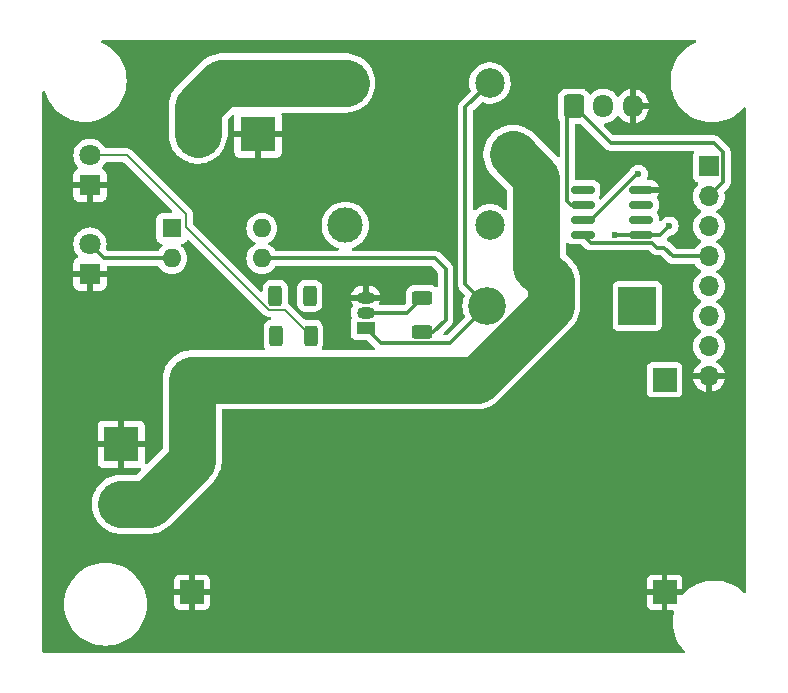
<source format=gbr>
%TF.GenerationSoftware,KiCad,Pcbnew,8.0.4*%
%TF.CreationDate,2024-11-13T12:07:51+05:30*%
%TF.ProjectId,cccccccc,63636363-6363-4636-932e-6b696361645f,rev?*%
%TF.SameCoordinates,Original*%
%TF.FileFunction,Copper,L1,Top*%
%TF.FilePolarity,Positive*%
%FSLAX46Y46*%
G04 Gerber Fmt 4.6, Leading zero omitted, Abs format (unit mm)*
G04 Created by KiCad (PCBNEW 8.0.4) date 2024-11-13 12:07:51*
%MOMM*%
%LPD*%
G01*
G04 APERTURE LIST*
G04 Aperture macros list*
%AMRoundRect*
0 Rectangle with rounded corners*
0 $1 Rounding radius*
0 $2 $3 $4 $5 $6 $7 $8 $9 X,Y pos of 4 corners*
0 Add a 4 corners polygon primitive as box body*
4,1,4,$2,$3,$4,$5,$6,$7,$8,$9,$2,$3,0*
0 Add four circle primitives for the rounded corners*
1,1,$1+$1,$2,$3*
1,1,$1+$1,$4,$5*
1,1,$1+$1,$6,$7*
1,1,$1+$1,$8,$9*
0 Add four rect primitives between the rounded corners*
20,1,$1+$1,$2,$3,$4,$5,0*
20,1,$1+$1,$4,$5,$6,$7,0*
20,1,$1+$1,$6,$7,$8,$9,0*
20,1,$1+$1,$8,$9,$2,$3,0*%
G04 Aperture macros list end*
%TA.AperFunction,ComponentPad*%
%ADD10R,2.000000X2.000000*%
%TD*%
%TA.AperFunction,ComponentPad*%
%ADD11R,1.800000X1.800000*%
%TD*%
%TA.AperFunction,ComponentPad*%
%ADD12C,1.800000*%
%TD*%
%TA.AperFunction,ComponentPad*%
%ADD13R,3.000000X3.000000*%
%TD*%
%TA.AperFunction,ComponentPad*%
%ADD14C,3.000000*%
%TD*%
%TA.AperFunction,SMDPad,CuDef*%
%ADD15RoundRect,0.250000X-0.312500X-0.625000X0.312500X-0.625000X0.312500X0.625000X-0.312500X0.625000X0*%
%TD*%
%TA.AperFunction,SMDPad,CuDef*%
%ADD16RoundRect,0.150000X-0.825000X-0.150000X0.825000X-0.150000X0.825000X0.150000X-0.825000X0.150000X0*%
%TD*%
%TA.AperFunction,SMDPad,CuDef*%
%ADD17RoundRect,0.250000X0.625000X-0.312500X0.625000X0.312500X-0.625000X0.312500X-0.625000X-0.312500X0*%
%TD*%
%TA.AperFunction,ComponentPad*%
%ADD18C,2.500000*%
%TD*%
%TA.AperFunction,ComponentPad*%
%ADD19RoundRect,0.250000X-0.600000X-0.725000X0.600000X-0.725000X0.600000X0.725000X-0.600000X0.725000X0*%
%TD*%
%TA.AperFunction,ComponentPad*%
%ADD20O,1.700000X1.950000*%
%TD*%
%TA.AperFunction,ComponentPad*%
%ADD21R,3.200000X3.200000*%
%TD*%
%TA.AperFunction,ComponentPad*%
%ADD22O,3.200000X3.200000*%
%TD*%
%TA.AperFunction,ComponentPad*%
%ADD23R,1.600000X1.600000*%
%TD*%
%TA.AperFunction,ComponentPad*%
%ADD24O,1.600000X1.600000*%
%TD*%
%TA.AperFunction,ComponentPad*%
%ADD25R,1.500000X1.050000*%
%TD*%
%TA.AperFunction,ComponentPad*%
%ADD26O,1.500000X1.050000*%
%TD*%
%TA.AperFunction,ComponentPad*%
%ADD27R,1.700000X1.700000*%
%TD*%
%TA.AperFunction,ComponentPad*%
%ADD28O,1.700000X1.700000*%
%TD*%
%TA.AperFunction,ViaPad*%
%ADD29C,0.600000*%
%TD*%
%TA.AperFunction,Conductor*%
%ADD30C,0.200000*%
%TD*%
%TA.AperFunction,Conductor*%
%ADD31C,0.300000*%
%TD*%
%TA.AperFunction,Conductor*%
%ADD32C,4.000000*%
%TD*%
G04 APERTURE END LIST*
D10*
%TO.P,U1,4,-Vout*%
%TO.N,/GND_S*%
X168795000Y-97795000D03*
%TO.P,U1,3,+Vout*%
%TO.N,/VCC*%
X168795000Y-79795000D03*
%TO.P,U1,2,-Vin*%
%TO.N,/GND_S*%
X128795000Y-97795000D03*
%TO.P,U1,1,+Vin*%
%TO.N,/16V*%
X128795000Y-79795000D03*
%TD*%
D11*
%TO.P,power,1,K*%
%TO.N,/GND_S*%
X120150000Y-63340000D03*
D12*
%TO.P,power,2,A*%
%TO.N,Net-(Red1-A)*%
X120150000Y-60800000D03*
%TD*%
D11*
%TO.P,RL_S/g,1,K*%
%TO.N,/GND_S*%
X120150000Y-70840000D03*
D12*
%TO.P,RL_S/g,2,A*%
%TO.N,Net-(Green1-A)*%
X120150000Y-68300000D03*
%TD*%
D13*
%TO.P,Output_16v1,1,Pin_1*%
%TO.N,/GND_S*%
X134380000Y-59000000D03*
D14*
%TO.P,Output_16v1,2,Pin_2*%
%TO.N,Net-(Output_16v1-Pin_2)*%
X129300000Y-59000000D03*
%TD*%
D15*
%TO.P,R2,1*%
%TO.N,/VCC*%
X135910000Y-76070000D03*
%TO.P,R2,2*%
%TO.N,Net-(Red1-A)*%
X138835000Y-76070000D03*
%TD*%
D16*
%TO.P,U2,1,VCC*%
%TO.N,/VCC*%
X161885000Y-63720000D03*
%TO.P,U2,2,PA6*%
%TO.N,/pin_2_IR*%
X161885000Y-64990000D03*
%TO.P,U2,3,PA7*%
%TO.N,/pin3*%
X161885000Y-66260000D03*
%TO.P,U2,4,PA1*%
%TO.N,/pin_4*%
X161885000Y-67530000D03*
%TO.P,U2,5,PA2*%
%TO.N,/Relay_Signal_5*%
X166835000Y-67530000D03*
%TO.P,U2,6,~{RESET}/PA0*%
%TO.N,/pin_6*%
X166835000Y-66260000D03*
%TO.P,U2,7,PA3*%
%TO.N,/pin_7*%
X166835000Y-64990000D03*
%TO.P,U2,8,GND*%
%TO.N,/GND_S*%
X166835000Y-63720000D03*
%TD*%
D15*
%TO.P,R1,1*%
%TO.N,/Relay_Signal_5*%
X135840000Y-72700000D03*
%TO.P,R1,2*%
%TO.N,Net-(R1-Pad2)*%
X138765000Y-72700000D03*
%TD*%
D17*
%TO.P,R3,1*%
%TO.N,Net-(R3-Pad1)*%
X148292500Y-75762500D03*
%TO.P,R3,2*%
%TO.N,Net-(Q1-B)*%
X148292500Y-72837500D03*
%TD*%
D14*
%TO.P,K1,1*%
%TO.N,/16V*%
X155960000Y-60720000D03*
D18*
%TO.P,K1,2*%
%TO.N,Net-(D1-A)*%
X154010000Y-54670000D03*
D14*
%TO.P,K1,3*%
%TO.N,Net-(Output_16v1-Pin_2)*%
X141810000Y-54670000D03*
%TO.P,K1,4*%
%TO.N,unconnected-(K1-Pad4)*%
X141760000Y-66720000D03*
D18*
%TO.P,K1,5*%
%TO.N,/VCC*%
X154010000Y-66670000D03*
%TD*%
D19*
%TO.P,IR_sensor1,1,Pin_1*%
%TO.N,/pin_2_IR*%
X161100000Y-56630000D03*
D20*
%TO.P,IR_sensor1,2,Pin_2*%
%TO.N,/VCC*%
X163600000Y-56630000D03*
%TO.P,IR_sensor1,3,Pin_3*%
%TO.N,/GND_S*%
X166100000Y-56630000D03*
%TD*%
D21*
%TO.P,D1,1,K*%
%TO.N,/VCC*%
X166490000Y-73540000D03*
D22*
%TO.P,D1,2,A*%
%TO.N,Net-(D1-A)*%
X153790000Y-73540000D03*
%TD*%
D23*
%TO.P,U3,1*%
%TO.N,Net-(R1-Pad2)*%
X127080000Y-66975000D03*
D24*
%TO.P,U3,2*%
%TO.N,Net-(Green1-A)*%
X127080000Y-69515000D03*
%TO.P,U3,3*%
%TO.N,Net-(R3-Pad1)*%
X134700000Y-69515000D03*
%TO.P,U3,4*%
%TO.N,/VCC*%
X134700000Y-66975000D03*
%TD*%
D25*
%TO.P,Q1,1,C*%
%TO.N,Net-(D1-A)*%
X143482500Y-75390000D03*
D26*
%TO.P,Q1,2,B*%
%TO.N,Net-(Q1-B)*%
X143482500Y-74120000D03*
%TO.P,Q1,3,E*%
%TO.N,/GND_S*%
X143482500Y-72850000D03*
%TD*%
D27*
%TO.P,J1,1,Pin_1*%
%TO.N,/VCC*%
X172550000Y-61725000D03*
D28*
%TO.P,J1,2,Pin_2*%
%TO.N,/pin_2_IR*%
X172550000Y-64265000D03*
%TO.P,J1,3,Pin_3*%
%TO.N,/pin3*%
X172550000Y-66805000D03*
%TO.P,J1,4,Pin_4*%
%TO.N,/pin_4*%
X172550000Y-69345000D03*
%TO.P,J1,5,Pin_5*%
%TO.N,/Relay_Signal_5*%
X172550000Y-71885000D03*
%TO.P,J1,6,Pin_6*%
%TO.N,/pin_6*%
X172550000Y-74425000D03*
%TO.P,J1,7,Pin_7*%
%TO.N,/pin_7*%
X172550000Y-76965000D03*
%TO.P,J1,8,Pin_8*%
%TO.N,/GND_S*%
X172550000Y-79505000D03*
%TD*%
D13*
%TO.P,V_input1,1,Pin_1*%
%TO.N,/GND_S*%
X122810000Y-85260000D03*
D14*
%TO.P,V_input1,2,Pin_2*%
%TO.N,/16V*%
X122810000Y-90340000D03*
%TD*%
D29*
%TO.N,/VCC*%
X135920000Y-76160000D03*
X161740000Y-63740000D03*
%TO.N,/GND_S*%
X167350000Y-63700000D03*
%TO.N,/pin_7*%
X166800000Y-64950000D03*
%TO.N,/pin_6*%
X166970000Y-66290000D03*
%TO.N,/pin3*%
X166590000Y-62390000D03*
%TO.N,/Relay_Signal_5*%
X135790000Y-72690000D03*
X169180000Y-66780000D03*
X164640000Y-67510000D03*
%TO.N,Net-(R1-Pad2)*%
X138852500Y-72680000D03*
%TD*%
D30*
%TO.N,Net-(Red1-A)*%
X136640000Y-73875000D02*
X138835000Y-76070000D01*
X128270000Y-66852244D02*
X135292756Y-73875000D01*
X135292756Y-73875000D02*
X136640000Y-73875000D01*
X128270000Y-65792208D02*
X128270000Y-66852244D01*
X123277792Y-60800000D02*
X128270000Y-65792208D01*
X120150000Y-60800000D02*
X123277792Y-60800000D01*
D31*
%TO.N,Net-(Green1-A)*%
X121365000Y-69515000D02*
X120150000Y-68300000D01*
X127080000Y-69515000D02*
X121365000Y-69515000D01*
%TO.N,Net-(D1-A)*%
X151935610Y-56744390D02*
X151935610Y-71685610D01*
X154010000Y-54670000D02*
X151935610Y-56744390D01*
X151935610Y-71685610D02*
X153790000Y-73540000D01*
D32*
%TO.N,/16V*%
X159176701Y-71476701D02*
X157950000Y-70250000D01*
X157950000Y-70250000D02*
X157950000Y-62710000D01*
X159176701Y-73527311D02*
X159176701Y-71476701D01*
X128795000Y-79795000D02*
X152909012Y-79795000D01*
X152909012Y-79795000D02*
X159176701Y-73527311D01*
X157950000Y-62710000D02*
X155960000Y-60720000D01*
D31*
%TO.N,Net-(D1-A)*%
X153790000Y-73540000D02*
X150655000Y-76675000D01*
X144767500Y-76675000D02*
X143482500Y-75390000D01*
X150655000Y-76675000D02*
X144767500Y-76675000D01*
%TO.N,/pin_2_IR*%
X160560000Y-57170000D02*
X160560000Y-64639999D01*
X172550000Y-64265000D02*
X173750000Y-63065000D01*
X173750000Y-60525000D02*
X172975000Y-59750000D01*
X172975000Y-59750000D02*
X164220000Y-59750000D01*
X160560000Y-64639999D02*
X160910001Y-64990000D01*
X160910001Y-64990000D02*
X161885000Y-64990000D01*
X161100000Y-56630000D02*
X160560000Y-57170000D01*
X173750000Y-63065000D02*
X173750000Y-60525000D01*
X164220000Y-59750000D02*
X161100000Y-56630000D01*
%TO.N,/pin3*%
X166590000Y-62278738D02*
X166578738Y-62290000D01*
X166590000Y-62390000D02*
X166590000Y-62278738D01*
X162608738Y-66260000D02*
X166478738Y-62390000D01*
X166478738Y-62390000D02*
X166590000Y-62390000D01*
X161885000Y-66260000D02*
X162608738Y-66260000D01*
%TO.N,/pin_4*%
X161885000Y-67530000D02*
X162535000Y-68180000D01*
X172550000Y-69345000D02*
X169495000Y-69345000D01*
X168750000Y-68600000D02*
X168150000Y-68600000D01*
X162535000Y-68180000D02*
X167730000Y-68180000D01*
X169495000Y-69345000D02*
X168750000Y-68600000D01*
X167730000Y-68180000D02*
X168150000Y-68600000D01*
%TO.N,/Relay_Signal_5*%
X164530000Y-67530000D02*
X164510000Y-67550000D01*
X169130000Y-66780000D02*
X169180000Y-66780000D01*
X169180000Y-66780000D02*
X168380000Y-67580000D01*
X164640000Y-67510000D02*
X164620000Y-67530000D01*
X169150000Y-66810000D02*
X169130000Y-66830000D01*
X168380000Y-67580000D02*
X166885000Y-67580000D01*
X164620000Y-67530000D02*
X164530000Y-67530000D01*
X164660000Y-67530000D02*
X164640000Y-67510000D01*
X169180000Y-66780000D02*
X169150000Y-66810000D01*
X166885000Y-67580000D02*
X166835000Y-67530000D01*
X169130000Y-66830000D02*
X169130000Y-66780000D01*
X166835000Y-67530000D02*
X164660000Y-67530000D01*
D32*
%TO.N,Net-(Output_16v1-Pin_2)*%
X131310000Y-54670000D02*
X141810000Y-54670000D01*
X129300000Y-56680000D02*
X131310000Y-54670000D01*
X129300000Y-59000000D02*
X129300000Y-56680000D01*
D31*
%TO.N,Net-(Q1-B)*%
X143482500Y-74120000D02*
X147010000Y-74120000D01*
X147010000Y-74120000D02*
X148292500Y-72837500D01*
%TO.N,Net-(R3-Pad1)*%
X149227500Y-75762500D02*
X148292500Y-75762500D01*
X134700000Y-69515000D02*
X149335000Y-69515000D01*
X149335000Y-69515000D02*
X150250000Y-70430000D01*
X150250000Y-70430000D02*
X150250000Y-74740000D01*
X150250000Y-74740000D02*
X149227500Y-75762500D01*
D32*
%TO.N,/16V*%
X125130000Y-90340000D02*
X128795000Y-86675000D01*
X122810000Y-90340000D02*
X125130000Y-90340000D01*
X128795000Y-86675000D02*
X128795000Y-79795000D01*
%TD*%
%TA.AperFunction,Conductor*%
%TO.N,/GND_S*%
G36*
X161671230Y-58125184D02*
G01*
X161691872Y-58141818D01*
X163805324Y-60255271D01*
X163805327Y-60255274D01*
X163873020Y-60300505D01*
X163892312Y-60313395D01*
X163892313Y-60313396D01*
X163892312Y-60313396D01*
X163911871Y-60326464D01*
X163911872Y-60326464D01*
X163911873Y-60326465D01*
X164030256Y-60375501D01*
X164030260Y-60375501D01*
X164030261Y-60375502D01*
X164155928Y-60400500D01*
X164155931Y-60400500D01*
X171182283Y-60400500D01*
X171249322Y-60420185D01*
X171295077Y-60472989D01*
X171305021Y-60542147D01*
X171281550Y-60598811D01*
X171256204Y-60632668D01*
X171256202Y-60632671D01*
X171205908Y-60767517D01*
X171199501Y-60827116D01*
X171199500Y-60827135D01*
X171199500Y-62622870D01*
X171199501Y-62622876D01*
X171205908Y-62682483D01*
X171256202Y-62817328D01*
X171256206Y-62817335D01*
X171342452Y-62932544D01*
X171342455Y-62932547D01*
X171457664Y-63018793D01*
X171457671Y-63018797D01*
X171589081Y-63067810D01*
X171645015Y-63109681D01*
X171669432Y-63175145D01*
X171654580Y-63243418D01*
X171633430Y-63271673D01*
X171511503Y-63393600D01*
X171375965Y-63587169D01*
X171375964Y-63587171D01*
X171276098Y-63801335D01*
X171276094Y-63801344D01*
X171214938Y-64029586D01*
X171214936Y-64029596D01*
X171194341Y-64264999D01*
X171194341Y-64265000D01*
X171214936Y-64500403D01*
X171214938Y-64500413D01*
X171276094Y-64728655D01*
X171276096Y-64728659D01*
X171276097Y-64728663D01*
X171307325Y-64795631D01*
X171375965Y-64942830D01*
X171375967Y-64942834D01*
X171511501Y-65136395D01*
X171511506Y-65136402D01*
X171678597Y-65303493D01*
X171678603Y-65303498D01*
X171864158Y-65433425D01*
X171907783Y-65488002D01*
X171914977Y-65557500D01*
X171883454Y-65619855D01*
X171864158Y-65636575D01*
X171678597Y-65766505D01*
X171511505Y-65933597D01*
X171375965Y-66127169D01*
X171375964Y-66127171D01*
X171276098Y-66341335D01*
X171276094Y-66341344D01*
X171214938Y-66569586D01*
X171214936Y-66569596D01*
X171194341Y-66804999D01*
X171194341Y-66805000D01*
X171214936Y-67040403D01*
X171214938Y-67040413D01*
X171276094Y-67268655D01*
X171276096Y-67268659D01*
X171276097Y-67268663D01*
X171347365Y-67421497D01*
X171375965Y-67482830D01*
X171375967Y-67482834D01*
X171437731Y-67571041D01*
X171508778Y-67672507D01*
X171511501Y-67676395D01*
X171511506Y-67676402D01*
X171678597Y-67843493D01*
X171678603Y-67843498D01*
X171864158Y-67973425D01*
X171907783Y-68028002D01*
X171914977Y-68097500D01*
X171883454Y-68159855D01*
X171864158Y-68176575D01*
X171678597Y-68306505D01*
X171511506Y-68473596D01*
X171393854Y-68641623D01*
X171339277Y-68685248D01*
X171292279Y-68694500D01*
X169815808Y-68694500D01*
X169748769Y-68674815D01*
X169728127Y-68658181D01*
X169164674Y-68094727D01*
X169164671Y-68094724D01*
X169062836Y-68026681D01*
X169018031Y-67973069D01*
X169009324Y-67903744D01*
X169039478Y-67840717D01*
X169044027Y-67835917D01*
X169278224Y-67601720D01*
X169339545Y-67568237D01*
X169352019Y-67566183D01*
X169359255Y-67565368D01*
X169529522Y-67505789D01*
X169682262Y-67409816D01*
X169809816Y-67282262D01*
X169905789Y-67129522D01*
X169965368Y-66959255D01*
X169965369Y-66959249D01*
X169985565Y-66780003D01*
X169985565Y-66779996D01*
X169965369Y-66600750D01*
X169965368Y-66600745D01*
X169905789Y-66430478D01*
X169809816Y-66277738D01*
X169682262Y-66150184D01*
X169645550Y-66127116D01*
X169529523Y-66054211D01*
X169359254Y-65994631D01*
X169359249Y-65994630D01*
X169180004Y-65974435D01*
X169179996Y-65974435D01*
X169000750Y-65994630D01*
X169000745Y-65994631D01*
X168830476Y-66054211D01*
X168677737Y-66150184D01*
X168550184Y-66277737D01*
X168550182Y-66277740D01*
X168539493Y-66294752D01*
X168487158Y-66341043D01*
X168418105Y-66351690D01*
X168354256Y-66323315D01*
X168315885Y-66264924D01*
X168310500Y-66228779D01*
X168310500Y-66044313D01*
X168310499Y-66044298D01*
X168307598Y-66007432D01*
X168307597Y-66007426D01*
X168261745Y-65849606D01*
X168261744Y-65849603D01*
X168261744Y-65849602D01*
X168178081Y-65708135D01*
X168178078Y-65708132D01*
X168173298Y-65701969D01*
X168175750Y-65700066D01*
X168149155Y-65651421D01*
X168154104Y-65581726D01*
X168174940Y-65549304D01*
X168173298Y-65548031D01*
X168178075Y-65541870D01*
X168178081Y-65541865D01*
X168261744Y-65400398D01*
X168307598Y-65242569D01*
X168310500Y-65205694D01*
X168310500Y-64774306D01*
X168307598Y-64737431D01*
X168306484Y-64733598D01*
X168261745Y-64579606D01*
X168261744Y-64579603D01*
X168261744Y-64579602D01*
X168178081Y-64438135D01*
X168178078Y-64438132D01*
X168173298Y-64431969D01*
X168175635Y-64430155D01*
X168148798Y-64381050D01*
X168153756Y-64311356D01*
X168174554Y-64278998D01*
X168172903Y-64277717D01*
X168177686Y-64271550D01*
X168261281Y-64130198D01*
X168307100Y-63972486D01*
X168307295Y-63970001D01*
X168307295Y-63970000D01*
X166709000Y-63970000D01*
X166641961Y-63950315D01*
X166596206Y-63897511D01*
X166585000Y-63846000D01*
X166585000Y-63594000D01*
X166604685Y-63526961D01*
X166657489Y-63481206D01*
X166709000Y-63470000D01*
X168307295Y-63470000D01*
X168307295Y-63469998D01*
X168307100Y-63467513D01*
X168261281Y-63309801D01*
X168177685Y-63168447D01*
X168177678Y-63168438D01*
X168061561Y-63052321D01*
X168061552Y-63052314D01*
X167920196Y-62968717D01*
X167920193Y-62968716D01*
X167762495Y-62922900D01*
X167762489Y-62922899D01*
X167725649Y-62920000D01*
X167426221Y-62920000D01*
X167359182Y-62900315D01*
X167313427Y-62847511D01*
X167303483Y-62778353D01*
X167314500Y-62742199D01*
X167315788Y-62739523D01*
X167315789Y-62739522D01*
X167375368Y-62569255D01*
X167375369Y-62569249D01*
X167395565Y-62390003D01*
X167395565Y-62389996D01*
X167375369Y-62210750D01*
X167375368Y-62210745D01*
X167370875Y-62197906D01*
X167315789Y-62040478D01*
X167315786Y-62040474D01*
X167247277Y-61931442D01*
X167219816Y-61887738D01*
X167092262Y-61760184D01*
X166939523Y-61664211D01*
X166769254Y-61604631D01*
X166769249Y-61604630D01*
X166590004Y-61584435D01*
X166589996Y-61584435D01*
X166410750Y-61604630D01*
X166410745Y-61604631D01*
X166240476Y-61664211D01*
X166087737Y-61760184D01*
X165960184Y-61887737D01*
X165864212Y-62040474D01*
X165849819Y-62081607D01*
X165820459Y-62128331D01*
X163446129Y-64502661D01*
X163384806Y-64536146D01*
X163315114Y-64531162D01*
X163259181Y-64489290D01*
X163251719Y-64478106D01*
X163228081Y-64438135D01*
X163228079Y-64438133D01*
X163223298Y-64431969D01*
X163225750Y-64430066D01*
X163199155Y-64381421D01*
X163204104Y-64311726D01*
X163224940Y-64279304D01*
X163223298Y-64278031D01*
X163228075Y-64271870D01*
X163228081Y-64271865D01*
X163311744Y-64130398D01*
X163357598Y-63972569D01*
X163360500Y-63935694D01*
X163360500Y-63504306D01*
X163357598Y-63467431D01*
X163330200Y-63373129D01*
X163311745Y-63309606D01*
X163311744Y-63309603D01*
X163311744Y-63309602D01*
X163228081Y-63168135D01*
X163228079Y-63168133D01*
X163228076Y-63168129D01*
X163111870Y-63051923D01*
X163111862Y-63051917D01*
X162990104Y-62979910D01*
X162970398Y-62968256D01*
X162970397Y-62968255D01*
X162970396Y-62968255D01*
X162970393Y-62968254D01*
X162812573Y-62922402D01*
X162812567Y-62922401D01*
X162775701Y-62919500D01*
X162775694Y-62919500D01*
X161334500Y-62919500D01*
X161267461Y-62899815D01*
X161221706Y-62847011D01*
X161210500Y-62795500D01*
X161210500Y-58229499D01*
X161230185Y-58162460D01*
X161282989Y-58116705D01*
X161334500Y-58105499D01*
X161604191Y-58105499D01*
X161671230Y-58125184D01*
G37*
%TD.AperFunction*%
%TA.AperFunction,Conductor*%
G36*
X171426355Y-51050185D02*
G01*
X171472110Y-51102989D01*
X171482054Y-51172147D01*
X171453029Y-51235703D01*
X171403755Y-51270262D01*
X171394601Y-51273776D01*
X171384260Y-51277746D01*
X171057343Y-51444320D01*
X170749635Y-51644147D01*
X170464498Y-51875047D01*
X170464490Y-51875054D01*
X170205054Y-52134490D01*
X170205047Y-52134498D01*
X169974147Y-52419635D01*
X169774320Y-52727343D01*
X169607746Y-53054260D01*
X169476260Y-53396793D01*
X169381294Y-53751209D01*
X169381294Y-53751211D01*
X169323898Y-54113594D01*
X169304696Y-54479999D01*
X169304696Y-54480000D01*
X169323898Y-54846405D01*
X169379711Y-55198794D01*
X169381295Y-55208794D01*
X169473578Y-55553199D01*
X169476260Y-55563206D01*
X169607746Y-55905739D01*
X169774320Y-56232656D01*
X169974147Y-56540364D01*
X170137117Y-56741615D01*
X170205051Y-56825506D01*
X170464494Y-57084949D01*
X170464498Y-57084952D01*
X170749635Y-57315852D01*
X171045206Y-57507797D01*
X171057348Y-57515682D01*
X171384264Y-57682255D01*
X171726801Y-57813742D01*
X172081206Y-57908705D01*
X172443596Y-57966102D01*
X172789734Y-57984241D01*
X172809999Y-57985304D01*
X172810000Y-57985304D01*
X172810001Y-57985304D01*
X172829203Y-57984297D01*
X173176404Y-57966102D01*
X173538794Y-57908705D01*
X173893199Y-57813742D01*
X174235736Y-57682255D01*
X174562652Y-57515682D01*
X174870366Y-57315851D01*
X175155506Y-57084949D01*
X175414949Y-56825506D01*
X175459134Y-56770941D01*
X175516621Y-56731231D01*
X175586452Y-56728903D01*
X175646456Y-56764698D01*
X175677582Y-56827252D01*
X175679500Y-56848978D01*
X175679500Y-97729683D01*
X175659815Y-97796722D01*
X175607011Y-97842477D01*
X175537853Y-97852421D01*
X175474297Y-97823396D01*
X175467819Y-97817364D01*
X175345509Y-97695054D01*
X175345501Y-97695047D01*
X175060364Y-97464147D01*
X174752656Y-97264320D01*
X174425739Y-97097746D01*
X174083206Y-96966260D01*
X174083199Y-96966258D01*
X173728794Y-96871295D01*
X173728790Y-96871294D01*
X173728789Y-96871294D01*
X173366405Y-96813898D01*
X173000001Y-96794696D01*
X172999999Y-96794696D01*
X172633594Y-96813898D01*
X172271211Y-96871294D01*
X172271209Y-96871294D01*
X171916793Y-96966260D01*
X171574260Y-97097746D01*
X171247343Y-97264320D01*
X170939635Y-97464147D01*
X170654498Y-97695047D01*
X170654490Y-97695054D01*
X170395059Y-97954485D01*
X170395052Y-97954493D01*
X170358982Y-97999036D01*
X170301494Y-98038748D01*
X170262616Y-98045000D01*
X169083816Y-98045000D01*
X169099876Y-98028940D01*
X169150036Y-97942061D01*
X169176000Y-97845160D01*
X169176000Y-97744840D01*
X169150036Y-97647939D01*
X169099876Y-97561060D01*
X169083816Y-97545000D01*
X170295000Y-97545000D01*
X170295000Y-96747172D01*
X170294999Y-96747155D01*
X170288598Y-96687627D01*
X170288596Y-96687620D01*
X170238354Y-96552913D01*
X170238350Y-96552906D01*
X170152190Y-96437812D01*
X170152187Y-96437809D01*
X170037093Y-96351649D01*
X170037086Y-96351645D01*
X169902379Y-96301403D01*
X169902372Y-96301401D01*
X169842844Y-96295000D01*
X169045000Y-96295000D01*
X169045000Y-97506184D01*
X169028940Y-97490124D01*
X168942061Y-97439964D01*
X168845160Y-97414000D01*
X168744840Y-97414000D01*
X168647939Y-97439964D01*
X168561060Y-97490124D01*
X168545000Y-97506184D01*
X168545000Y-96295000D01*
X167747155Y-96295000D01*
X167687627Y-96301401D01*
X167687620Y-96301403D01*
X167552913Y-96351645D01*
X167552906Y-96351649D01*
X167437812Y-96437809D01*
X167437809Y-96437812D01*
X167351649Y-96552906D01*
X167351645Y-96552913D01*
X167301403Y-96687620D01*
X167301401Y-96687627D01*
X167295000Y-96747155D01*
X167295000Y-97545000D01*
X168506184Y-97545000D01*
X168490124Y-97561060D01*
X168439964Y-97647939D01*
X168414000Y-97744840D01*
X168414000Y-97845160D01*
X168439964Y-97942061D01*
X168490124Y-98028940D01*
X168506184Y-98045000D01*
X167295000Y-98045000D01*
X167295000Y-98842844D01*
X167301401Y-98902372D01*
X167301403Y-98902379D01*
X167351645Y-99037086D01*
X167351649Y-99037093D01*
X167437809Y-99152187D01*
X167437812Y-99152190D01*
X167552906Y-99238350D01*
X167552913Y-99238354D01*
X167687620Y-99288596D01*
X167687627Y-99288598D01*
X167747155Y-99294999D01*
X167747172Y-99295000D01*
X168545000Y-99295000D01*
X168545000Y-98083816D01*
X168561060Y-98099876D01*
X168647939Y-98150036D01*
X168744840Y-98176000D01*
X168845160Y-98176000D01*
X168942061Y-98150036D01*
X169028940Y-98099876D01*
X169045000Y-98083816D01*
X169045000Y-99295000D01*
X169483705Y-99295000D01*
X169550744Y-99314685D01*
X169596499Y-99367489D01*
X169606443Y-99436647D01*
X169603483Y-99451079D01*
X169576907Y-99550260D01*
X169571294Y-99571209D01*
X169571294Y-99571211D01*
X169513898Y-99933594D01*
X169494696Y-100299999D01*
X169494696Y-100300000D01*
X169513898Y-100666405D01*
X169571294Y-101028788D01*
X169571294Y-101028790D01*
X169666260Y-101383206D01*
X169797746Y-101725739D01*
X169964320Y-102052656D01*
X170164147Y-102360364D01*
X170395047Y-102645501D01*
X170395054Y-102645509D01*
X170457364Y-102707819D01*
X170490849Y-102769142D01*
X170485865Y-102838834D01*
X170443993Y-102894767D01*
X170378529Y-102919184D01*
X170369683Y-102919500D01*
X116244500Y-102919500D01*
X116177461Y-102899815D01*
X116131706Y-102847011D01*
X116120500Y-102795500D01*
X116120500Y-98799999D01*
X117964696Y-98799999D01*
X117964696Y-98800000D01*
X117983898Y-99166405D01*
X118041294Y-99528788D01*
X118041294Y-99528790D01*
X118136260Y-99883206D01*
X118267746Y-100225739D01*
X118434320Y-100552656D01*
X118634147Y-100860364D01*
X118770536Y-101028790D01*
X118865051Y-101145506D01*
X119124494Y-101404949D01*
X119124498Y-101404952D01*
X119409635Y-101635852D01*
X119717343Y-101835679D01*
X119717348Y-101835682D01*
X120044264Y-102002255D01*
X120386801Y-102133742D01*
X120741206Y-102228705D01*
X121103596Y-102286102D01*
X121449734Y-102304241D01*
X121469999Y-102305304D01*
X121470000Y-102305304D01*
X121470001Y-102305304D01*
X121489203Y-102304297D01*
X121836404Y-102286102D01*
X122198794Y-102228705D01*
X122553199Y-102133742D01*
X122895736Y-102002255D01*
X123222652Y-101835682D01*
X123530366Y-101635851D01*
X123815506Y-101404949D01*
X124074949Y-101145506D01*
X124305851Y-100860366D01*
X124505682Y-100552652D01*
X124672255Y-100225736D01*
X124803742Y-99883199D01*
X124898705Y-99528794D01*
X124956102Y-99166404D01*
X124975304Y-98800000D01*
X124956102Y-98433596D01*
X124898705Y-98071206D01*
X124803742Y-97716801D01*
X124672255Y-97374264D01*
X124505682Y-97047348D01*
X124393175Y-96874102D01*
X124310735Y-96747155D01*
X127295000Y-96747155D01*
X127295000Y-97545000D01*
X128506184Y-97545000D01*
X128490124Y-97561060D01*
X128439964Y-97647939D01*
X128414000Y-97744840D01*
X128414000Y-97845160D01*
X128439964Y-97942061D01*
X128490124Y-98028940D01*
X128506184Y-98045000D01*
X127295000Y-98045000D01*
X127295000Y-98842844D01*
X127301401Y-98902372D01*
X127301403Y-98902379D01*
X127351645Y-99037086D01*
X127351649Y-99037093D01*
X127437809Y-99152187D01*
X127437812Y-99152190D01*
X127552906Y-99238350D01*
X127552913Y-99238354D01*
X127687620Y-99288596D01*
X127687627Y-99288598D01*
X127747155Y-99294999D01*
X127747172Y-99295000D01*
X128545000Y-99295000D01*
X128545000Y-98083816D01*
X128561060Y-98099876D01*
X128647939Y-98150036D01*
X128744840Y-98176000D01*
X128845160Y-98176000D01*
X128942061Y-98150036D01*
X129028940Y-98099876D01*
X129045000Y-98083816D01*
X129045000Y-99295000D01*
X129842828Y-99295000D01*
X129842844Y-99294999D01*
X129902372Y-99288598D01*
X129902379Y-99288596D01*
X130037086Y-99238354D01*
X130037093Y-99238350D01*
X130152187Y-99152190D01*
X130152190Y-99152187D01*
X130238350Y-99037093D01*
X130238354Y-99037086D01*
X130288596Y-98902379D01*
X130288598Y-98902372D01*
X130294999Y-98842844D01*
X130295000Y-98842827D01*
X130295000Y-98045000D01*
X129083816Y-98045000D01*
X129099876Y-98028940D01*
X129150036Y-97942061D01*
X129176000Y-97845160D01*
X129176000Y-97744840D01*
X129150036Y-97647939D01*
X129099876Y-97561060D01*
X129083816Y-97545000D01*
X130295000Y-97545000D01*
X130295000Y-96747172D01*
X130294999Y-96747155D01*
X130288598Y-96687627D01*
X130288596Y-96687620D01*
X130238354Y-96552913D01*
X130238350Y-96552906D01*
X130152190Y-96437812D01*
X130152187Y-96437809D01*
X130037093Y-96351649D01*
X130037086Y-96351645D01*
X129902379Y-96301403D01*
X129902372Y-96301401D01*
X129842844Y-96295000D01*
X129045000Y-96295000D01*
X129045000Y-97506184D01*
X129028940Y-97490124D01*
X128942061Y-97439964D01*
X128845160Y-97414000D01*
X128744840Y-97414000D01*
X128647939Y-97439964D01*
X128561060Y-97490124D01*
X128545000Y-97506184D01*
X128545000Y-96295000D01*
X127747155Y-96295000D01*
X127687627Y-96301401D01*
X127687620Y-96301403D01*
X127552913Y-96351645D01*
X127552906Y-96351649D01*
X127437812Y-96437809D01*
X127437809Y-96437812D01*
X127351649Y-96552906D01*
X127351645Y-96552913D01*
X127301403Y-96687620D01*
X127301401Y-96687627D01*
X127295000Y-96747155D01*
X124310735Y-96747155D01*
X124305852Y-96739635D01*
X124154647Y-96552913D01*
X124074949Y-96454494D01*
X123815506Y-96195051D01*
X123530366Y-95964149D01*
X123530364Y-95964147D01*
X123222656Y-95764320D01*
X122895739Y-95597746D01*
X122553206Y-95466260D01*
X122553199Y-95466258D01*
X122198794Y-95371295D01*
X122198790Y-95371294D01*
X122198789Y-95371294D01*
X121836405Y-95313898D01*
X121470001Y-95294696D01*
X121469999Y-95294696D01*
X121103594Y-95313898D01*
X120741211Y-95371294D01*
X120741209Y-95371294D01*
X120386793Y-95466260D01*
X120044260Y-95597746D01*
X119717343Y-95764320D01*
X119409635Y-95964147D01*
X119124498Y-96195047D01*
X119124490Y-96195054D01*
X118865054Y-96454490D01*
X118865047Y-96454498D01*
X118634147Y-96739635D01*
X118434320Y-97047343D01*
X118267746Y-97374260D01*
X118136260Y-97716793D01*
X118041294Y-98071209D01*
X118041294Y-98071211D01*
X117983898Y-98433594D01*
X117964696Y-98799999D01*
X116120500Y-98799999D01*
X116120500Y-60799993D01*
X118744700Y-60799993D01*
X118744700Y-60800006D01*
X118763864Y-61031297D01*
X118763866Y-61031308D01*
X118820842Y-61256300D01*
X118914075Y-61468848D01*
X119041018Y-61663150D01*
X119136167Y-61766510D01*
X119167089Y-61829164D01*
X119159228Y-61898590D01*
X119115081Y-61952746D01*
X119088271Y-61966674D01*
X119007911Y-61996646D01*
X119007906Y-61996649D01*
X118892812Y-62082809D01*
X118892809Y-62082812D01*
X118806649Y-62197906D01*
X118806645Y-62197913D01*
X118756403Y-62332620D01*
X118756401Y-62332627D01*
X118750000Y-62392155D01*
X118750000Y-63090000D01*
X119774722Y-63090000D01*
X119730667Y-63166306D01*
X119700000Y-63280756D01*
X119700000Y-63399244D01*
X119730667Y-63513694D01*
X119774722Y-63590000D01*
X118750000Y-63590000D01*
X118750000Y-64287844D01*
X118756401Y-64347372D01*
X118756403Y-64347379D01*
X118806645Y-64482086D01*
X118806649Y-64482093D01*
X118892809Y-64597187D01*
X118892812Y-64597190D01*
X119007906Y-64683350D01*
X119007913Y-64683354D01*
X119142620Y-64733596D01*
X119142627Y-64733598D01*
X119202155Y-64739999D01*
X119202172Y-64740000D01*
X119900000Y-64740000D01*
X119900000Y-63715277D01*
X119976306Y-63759333D01*
X120090756Y-63790000D01*
X120209244Y-63790000D01*
X120323694Y-63759333D01*
X120400000Y-63715277D01*
X120400000Y-64740000D01*
X121097828Y-64740000D01*
X121097844Y-64739999D01*
X121157372Y-64733598D01*
X121157379Y-64733596D01*
X121292086Y-64683354D01*
X121292093Y-64683350D01*
X121407187Y-64597190D01*
X121407190Y-64597187D01*
X121493350Y-64482093D01*
X121493354Y-64482086D01*
X121543596Y-64347379D01*
X121543598Y-64347372D01*
X121549999Y-64287844D01*
X121550000Y-64287827D01*
X121550000Y-63590000D01*
X120525278Y-63590000D01*
X120569333Y-63513694D01*
X120600000Y-63399244D01*
X120600000Y-63280756D01*
X120569333Y-63166306D01*
X120525278Y-63090000D01*
X121550000Y-63090000D01*
X121550000Y-62392172D01*
X121549999Y-62392155D01*
X121543598Y-62332627D01*
X121543596Y-62332620D01*
X121493354Y-62197913D01*
X121493350Y-62197906D01*
X121407190Y-62082812D01*
X121407187Y-62082809D01*
X121292093Y-61996649D01*
X121292086Y-61996645D01*
X121211729Y-61966674D01*
X121155795Y-61924803D01*
X121131378Y-61859338D01*
X121146230Y-61791065D01*
X121163826Y-61766516D01*
X121258979Y-61663153D01*
X121385924Y-61468849D01*
X121385926Y-61468843D01*
X121387747Y-61465481D01*
X121436967Y-61415891D01*
X121496801Y-61400500D01*
X122977695Y-61400500D01*
X123044734Y-61420185D01*
X123065376Y-61436819D01*
X127091376Y-65462819D01*
X127124861Y-65524142D01*
X127119877Y-65593834D01*
X127078005Y-65649767D01*
X127012541Y-65674184D01*
X127003695Y-65674500D01*
X126232129Y-65674500D01*
X126232123Y-65674501D01*
X126172516Y-65680908D01*
X126037671Y-65731202D01*
X126037664Y-65731206D01*
X125922455Y-65817452D01*
X125922452Y-65817455D01*
X125836206Y-65932664D01*
X125836202Y-65932671D01*
X125785908Y-66067517D01*
X125779501Y-66127116D01*
X125779500Y-66127135D01*
X125779500Y-67822870D01*
X125779501Y-67822876D01*
X125785908Y-67882483D01*
X125836202Y-68017328D01*
X125836206Y-68017335D01*
X125922452Y-68132544D01*
X125922455Y-68132547D01*
X126037664Y-68218793D01*
X126037671Y-68218797D01*
X126082618Y-68235561D01*
X126172517Y-68269091D01*
X126207596Y-68272862D01*
X126272144Y-68299599D01*
X126311993Y-68356991D01*
X126314488Y-68426816D01*
X126278836Y-68486905D01*
X126265464Y-68497725D01*
X126240858Y-68514954D01*
X126079954Y-68675858D01*
X125984892Y-68811623D01*
X125930315Y-68855248D01*
X125883317Y-68864500D01*
X121685808Y-68864500D01*
X121618769Y-68844815D01*
X121598127Y-68828181D01*
X121538493Y-68768547D01*
X121505008Y-68707224D01*
X121505969Y-68650425D01*
X121536131Y-68531317D01*
X121536133Y-68531308D01*
X121536134Y-68531305D01*
X121537489Y-68514953D01*
X121555300Y-68300006D01*
X121555300Y-68299993D01*
X121536135Y-68068702D01*
X121536133Y-68068691D01*
X121479157Y-67843699D01*
X121385924Y-67631151D01*
X121258983Y-67436852D01*
X121258980Y-67436849D01*
X121258979Y-67436847D01*
X121101784Y-67266087D01*
X121101779Y-67266083D01*
X121101777Y-67266081D01*
X120918634Y-67123535D01*
X120918628Y-67123531D01*
X120714504Y-67013064D01*
X120714495Y-67013061D01*
X120494984Y-66937702D01*
X120323282Y-66909050D01*
X120266049Y-66899500D01*
X120033951Y-66899500D01*
X119988164Y-66907140D01*
X119805015Y-66937702D01*
X119585504Y-67013061D01*
X119585495Y-67013064D01*
X119381371Y-67123531D01*
X119381365Y-67123535D01*
X119198222Y-67266081D01*
X119198219Y-67266084D01*
X119198216Y-67266086D01*
X119198216Y-67266087D01*
X119153821Y-67314313D01*
X119041016Y-67436852D01*
X118914075Y-67631151D01*
X118820842Y-67843699D01*
X118763866Y-68068691D01*
X118763864Y-68068702D01*
X118744700Y-68299993D01*
X118744700Y-68300006D01*
X118763864Y-68531297D01*
X118763866Y-68531308D01*
X118820842Y-68756300D01*
X118914075Y-68968848D01*
X119041018Y-69163150D01*
X119136167Y-69266510D01*
X119167089Y-69329164D01*
X119159228Y-69398590D01*
X119115081Y-69452746D01*
X119088271Y-69466674D01*
X119007911Y-69496646D01*
X119007906Y-69496649D01*
X118892812Y-69582809D01*
X118892809Y-69582812D01*
X118806649Y-69697906D01*
X118806645Y-69697913D01*
X118756403Y-69832620D01*
X118756401Y-69832627D01*
X118750000Y-69892155D01*
X118750000Y-70590000D01*
X119774722Y-70590000D01*
X119730667Y-70666306D01*
X119700000Y-70780756D01*
X119700000Y-70899244D01*
X119730667Y-71013694D01*
X119774722Y-71090000D01*
X118750000Y-71090000D01*
X118750000Y-71787844D01*
X118756401Y-71847372D01*
X118756403Y-71847379D01*
X118806645Y-71982086D01*
X118806649Y-71982093D01*
X118892809Y-72097187D01*
X118892812Y-72097190D01*
X119007906Y-72183350D01*
X119007913Y-72183354D01*
X119142620Y-72233596D01*
X119142627Y-72233598D01*
X119202155Y-72239999D01*
X119202172Y-72240000D01*
X119900000Y-72240000D01*
X119900000Y-71215277D01*
X119976306Y-71259333D01*
X120090756Y-71290000D01*
X120209244Y-71290000D01*
X120323694Y-71259333D01*
X120400000Y-71215277D01*
X120400000Y-72240000D01*
X121097828Y-72240000D01*
X121097844Y-72239999D01*
X121157372Y-72233598D01*
X121157379Y-72233596D01*
X121292086Y-72183354D01*
X121292093Y-72183350D01*
X121407187Y-72097190D01*
X121407190Y-72097187D01*
X121493350Y-71982093D01*
X121493354Y-71982086D01*
X121543596Y-71847379D01*
X121543598Y-71847372D01*
X121549999Y-71787844D01*
X121550000Y-71787827D01*
X121550000Y-71090000D01*
X120525278Y-71090000D01*
X120569333Y-71013694D01*
X120600000Y-70899244D01*
X120600000Y-70780756D01*
X120569333Y-70666306D01*
X120525278Y-70590000D01*
X121550000Y-70590000D01*
X121550000Y-70289500D01*
X121569685Y-70222461D01*
X121622489Y-70176706D01*
X121674000Y-70165500D01*
X125883317Y-70165500D01*
X125950356Y-70185185D01*
X125984892Y-70218377D01*
X126079954Y-70354141D01*
X126240858Y-70515045D01*
X126262423Y-70530145D01*
X126427266Y-70645568D01*
X126633504Y-70741739D01*
X126853308Y-70800635D01*
X127015230Y-70814801D01*
X127079998Y-70820468D01*
X127080000Y-70820468D01*
X127080002Y-70820468D01*
X127136673Y-70815509D01*
X127306692Y-70800635D01*
X127526496Y-70741739D01*
X127732734Y-70645568D01*
X127919139Y-70515047D01*
X128080047Y-70354139D01*
X128210568Y-70167734D01*
X128306739Y-69961496D01*
X128365635Y-69741692D01*
X128385468Y-69515000D01*
X128383862Y-69496649D01*
X128365635Y-69288313D01*
X128365635Y-69288308D01*
X128306739Y-69068504D01*
X128210568Y-68862266D01*
X128080047Y-68675861D01*
X128080045Y-68675858D01*
X127919143Y-68514956D01*
X127894536Y-68497726D01*
X127850912Y-68443149D01*
X127843719Y-68373650D01*
X127875241Y-68311296D01*
X127935471Y-68275882D01*
X127952404Y-68272861D01*
X127987483Y-68269091D01*
X128122331Y-68218796D01*
X128237546Y-68132546D01*
X128323796Y-68017331D01*
X128323798Y-68017326D01*
X128327557Y-68007249D01*
X128369427Y-67951315D01*
X128434892Y-67926897D01*
X128503165Y-67941748D01*
X128531420Y-67962900D01*
X134924040Y-74355520D01*
X134924042Y-74355521D01*
X134924046Y-74355524D01*
X135034322Y-74419191D01*
X135060972Y-74434577D01*
X135213699Y-74475501D01*
X135213701Y-74475501D01*
X135368863Y-74475501D01*
X135435902Y-74495186D01*
X135481657Y-74547990D01*
X135491601Y-74617148D01*
X135462576Y-74680704D01*
X135407868Y-74717206D01*
X135284579Y-74758061D01*
X135278166Y-74760186D01*
X135278163Y-74760187D01*
X135128842Y-74852289D01*
X135004789Y-74976342D01*
X134912687Y-75125663D01*
X134912685Y-75125668D01*
X134884849Y-75209670D01*
X134857501Y-75292203D01*
X134857501Y-75292204D01*
X134857500Y-75292204D01*
X134847000Y-75394983D01*
X134847000Y-76745001D01*
X134847001Y-76745018D01*
X134857500Y-76847796D01*
X134857501Y-76847799D01*
X134896338Y-76964999D01*
X134912686Y-77014334D01*
X134968858Y-77105404D01*
X134987298Y-77172796D01*
X134966375Y-77239459D01*
X134912733Y-77284229D01*
X134863319Y-77294500D01*
X128654568Y-77294500D01*
X128375505Y-77325942D01*
X128375487Y-77325945D01*
X128101682Y-77388439D01*
X128101670Y-77388443D01*
X127836588Y-77481200D01*
X127583557Y-77603053D01*
X127345753Y-77752476D01*
X127126175Y-77927583D01*
X126927583Y-78126175D01*
X126752476Y-78345753D01*
X126603053Y-78583557D01*
X126481200Y-78836588D01*
X126388443Y-79101670D01*
X126388439Y-79101682D01*
X126325945Y-79375487D01*
X126325942Y-79375505D01*
X126294500Y-79654568D01*
X126294500Y-85587897D01*
X126274815Y-85654936D01*
X126258181Y-85675578D01*
X125020486Y-86913272D01*
X124959163Y-86946757D01*
X124889471Y-86941773D01*
X124833538Y-86899901D01*
X124809121Y-86834437D01*
X124809516Y-86812331D01*
X124809999Y-86807834D01*
X124810000Y-86807827D01*
X124810000Y-85510000D01*
X123529064Y-85510000D01*
X123540793Y-85481684D01*
X123570000Y-85334853D01*
X123570000Y-85185147D01*
X123540793Y-85038316D01*
X123529064Y-85010000D01*
X124810000Y-85010000D01*
X124810000Y-83712172D01*
X124809999Y-83712155D01*
X124803598Y-83652627D01*
X124803596Y-83652620D01*
X124753354Y-83517913D01*
X124753350Y-83517906D01*
X124667190Y-83402812D01*
X124667187Y-83402809D01*
X124552093Y-83316649D01*
X124552086Y-83316645D01*
X124417379Y-83266403D01*
X124417372Y-83266401D01*
X124357844Y-83260000D01*
X123060000Y-83260000D01*
X123060000Y-84540935D01*
X123031684Y-84529207D01*
X122884853Y-84500000D01*
X122735147Y-84500000D01*
X122588316Y-84529207D01*
X122560000Y-84540935D01*
X122560000Y-83260000D01*
X121262155Y-83260000D01*
X121202627Y-83266401D01*
X121202620Y-83266403D01*
X121067913Y-83316645D01*
X121067906Y-83316649D01*
X120952812Y-83402809D01*
X120952809Y-83402812D01*
X120866649Y-83517906D01*
X120866645Y-83517913D01*
X120816403Y-83652620D01*
X120816401Y-83652627D01*
X120810000Y-83712155D01*
X120810000Y-85010000D01*
X122090936Y-85010000D01*
X122079207Y-85038316D01*
X122050000Y-85185147D01*
X122050000Y-85334853D01*
X122079207Y-85481684D01*
X122090936Y-85510000D01*
X120810000Y-85510000D01*
X120810000Y-86807844D01*
X120816401Y-86867372D01*
X120816403Y-86867379D01*
X120866645Y-87002086D01*
X120866649Y-87002093D01*
X120952809Y-87117187D01*
X120952812Y-87117190D01*
X121067906Y-87203350D01*
X121067913Y-87203354D01*
X121202620Y-87253596D01*
X121202627Y-87253598D01*
X121262155Y-87259999D01*
X121262172Y-87260000D01*
X122560000Y-87260000D01*
X122560000Y-85979064D01*
X122588316Y-85990793D01*
X122735147Y-86020000D01*
X122884853Y-86020000D01*
X123031684Y-85990793D01*
X123060000Y-85979064D01*
X123060000Y-87260000D01*
X124357828Y-87260000D01*
X124357834Y-87259999D01*
X124362331Y-87259516D01*
X124431091Y-87271919D01*
X124482230Y-87319527D01*
X124499512Y-87387226D01*
X124477450Y-87453521D01*
X124463272Y-87470486D01*
X124130578Y-87803181D01*
X124069255Y-87836666D01*
X124042897Y-87839500D01*
X122669568Y-87839500D01*
X122390505Y-87870942D01*
X122390487Y-87870945D01*
X122116682Y-87933439D01*
X122116670Y-87933443D01*
X121851588Y-88026200D01*
X121598557Y-88148053D01*
X121360753Y-88297476D01*
X121141175Y-88472583D01*
X120942583Y-88671175D01*
X120767476Y-88890753D01*
X120618053Y-89128557D01*
X120496200Y-89381588D01*
X120403443Y-89646670D01*
X120403439Y-89646682D01*
X120340945Y-89920487D01*
X120340942Y-89920505D01*
X120309500Y-90199568D01*
X120309500Y-90480431D01*
X120340942Y-90759494D01*
X120340945Y-90759512D01*
X120403439Y-91033317D01*
X120403443Y-91033329D01*
X120496200Y-91298411D01*
X120618053Y-91551442D01*
X120618055Y-91551445D01*
X120767477Y-91789248D01*
X120942584Y-92008825D01*
X121141175Y-92207416D01*
X121360752Y-92382523D01*
X121598555Y-92531945D01*
X121851592Y-92653801D01*
X122050680Y-92723465D01*
X122116670Y-92746556D01*
X122116682Y-92746560D01*
X122390491Y-92809055D01*
X122390497Y-92809055D01*
X122390505Y-92809057D01*
X122576547Y-92830018D01*
X122669569Y-92840499D01*
X122669572Y-92840500D01*
X122669575Y-92840500D01*
X125270428Y-92840500D01*
X125270429Y-92840499D01*
X125413055Y-92824429D01*
X125549494Y-92809057D01*
X125549499Y-92809056D01*
X125549509Y-92809055D01*
X125823318Y-92746560D01*
X126088408Y-92653801D01*
X126341445Y-92531945D01*
X126579248Y-92382523D01*
X126798825Y-92207416D01*
X130662416Y-88343825D01*
X130837523Y-88124248D01*
X130986945Y-87886445D01*
X130994411Y-87870942D01*
X131108794Y-87633422D01*
X131108795Y-87633418D01*
X131108801Y-87633407D01*
X131201560Y-87368318D01*
X131264055Y-87094509D01*
X131295500Y-86815425D01*
X131295500Y-86534575D01*
X131295500Y-82419500D01*
X131315185Y-82352461D01*
X131367989Y-82306706D01*
X131419500Y-82295500D01*
X153049440Y-82295500D01*
X153049441Y-82295499D01*
X153192067Y-82279429D01*
X153328506Y-82264057D01*
X153328511Y-82264056D01*
X153328521Y-82264055D01*
X153602330Y-82201560D01*
X153867420Y-82108801D01*
X154120457Y-81986945D01*
X154358260Y-81837523D01*
X154577837Y-81662416D01*
X157493118Y-78747135D01*
X167294500Y-78747135D01*
X167294500Y-80842870D01*
X167294501Y-80842876D01*
X167300908Y-80902483D01*
X167351202Y-81037328D01*
X167351206Y-81037335D01*
X167437452Y-81152544D01*
X167437455Y-81152547D01*
X167552664Y-81238793D01*
X167552671Y-81238797D01*
X167687517Y-81289091D01*
X167687516Y-81289091D01*
X167694444Y-81289835D01*
X167747127Y-81295500D01*
X169842872Y-81295499D01*
X169902483Y-81289091D01*
X170037331Y-81238796D01*
X170152546Y-81152546D01*
X170238796Y-81037331D01*
X170289091Y-80902483D01*
X170295500Y-80842873D01*
X170295499Y-78747128D01*
X170289091Y-78687517D01*
X170250316Y-78583557D01*
X170238797Y-78552671D01*
X170238793Y-78552664D01*
X170152547Y-78437455D01*
X170152544Y-78437452D01*
X170037335Y-78351206D01*
X170037328Y-78351202D01*
X169902482Y-78300908D01*
X169902483Y-78300908D01*
X169842883Y-78294501D01*
X169842881Y-78294500D01*
X169842873Y-78294500D01*
X169842864Y-78294500D01*
X167747129Y-78294500D01*
X167747123Y-78294501D01*
X167687516Y-78300908D01*
X167552671Y-78351202D01*
X167552664Y-78351206D01*
X167437455Y-78437452D01*
X167437452Y-78437455D01*
X167351206Y-78552664D01*
X167351202Y-78552671D01*
X167300908Y-78687517D01*
X167294501Y-78747116D01*
X167294501Y-78747123D01*
X167294500Y-78747135D01*
X157493118Y-78747135D01*
X161044117Y-75196136D01*
X161219224Y-74976559D01*
X161368646Y-74738756D01*
X161382516Y-74709955D01*
X161490502Y-74485719D01*
X161583261Y-74220629D01*
X161645756Y-73946820D01*
X161677201Y-73667736D01*
X161677201Y-71892135D01*
X164389500Y-71892135D01*
X164389500Y-75187870D01*
X164389501Y-75187876D01*
X164395908Y-75247483D01*
X164446202Y-75382328D01*
X164446206Y-75382335D01*
X164532452Y-75497544D01*
X164532455Y-75497547D01*
X164647664Y-75583793D01*
X164647671Y-75583797D01*
X164782517Y-75634091D01*
X164782516Y-75634091D01*
X164789444Y-75634835D01*
X164842127Y-75640500D01*
X168137872Y-75640499D01*
X168197483Y-75634091D01*
X168332331Y-75583796D01*
X168447546Y-75497546D01*
X168533796Y-75382331D01*
X168584091Y-75247483D01*
X168590500Y-75187873D01*
X168590499Y-71892128D01*
X168584091Y-71832517D01*
X168581287Y-71825000D01*
X168533797Y-71697671D01*
X168533793Y-71697664D01*
X168447547Y-71582455D01*
X168447544Y-71582452D01*
X168332335Y-71496206D01*
X168332328Y-71496202D01*
X168197482Y-71445908D01*
X168197483Y-71445908D01*
X168137883Y-71439501D01*
X168137881Y-71439500D01*
X168137873Y-71439500D01*
X168137864Y-71439500D01*
X164842129Y-71439500D01*
X164842123Y-71439501D01*
X164782516Y-71445908D01*
X164647671Y-71496202D01*
X164647664Y-71496206D01*
X164532455Y-71582452D01*
X164532452Y-71582455D01*
X164446206Y-71697664D01*
X164446202Y-71697671D01*
X164395908Y-71832517D01*
X164392482Y-71864387D01*
X164389501Y-71892123D01*
X164389500Y-71892135D01*
X161677201Y-71892135D01*
X161677201Y-71336276D01*
X161662794Y-71208408D01*
X161645758Y-71057206D01*
X161645755Y-71057188D01*
X161583261Y-70783383D01*
X161583257Y-70783371D01*
X161543415Y-70669509D01*
X161490502Y-70518293D01*
X161368646Y-70265256D01*
X161219224Y-70027453D01*
X161044117Y-69807876D01*
X160845526Y-69609285D01*
X160486819Y-69250578D01*
X160453334Y-69189255D01*
X160450500Y-69162897D01*
X160450500Y-68289809D01*
X160470185Y-68222770D01*
X160522989Y-68177015D01*
X160592147Y-68167071D01*
X160651343Y-68194104D01*
X160651969Y-68193298D01*
X160655394Y-68195955D01*
X160655703Y-68196096D01*
X160656335Y-68196684D01*
X160658132Y-68198078D01*
X160658135Y-68198081D01*
X160799602Y-68281744D01*
X160827362Y-68289809D01*
X160957426Y-68327597D01*
X160957429Y-68327597D01*
X160957431Y-68327598D01*
X160994306Y-68330500D01*
X161714192Y-68330500D01*
X161781231Y-68350185D01*
X161801873Y-68366819D01*
X162120325Y-68685272D01*
X162120328Y-68685275D01*
X162120331Y-68685277D01*
X162171549Y-68719499D01*
X162226873Y-68756465D01*
X162345256Y-68805501D01*
X162345260Y-68805501D01*
X162345261Y-68805502D01*
X162470928Y-68830500D01*
X162470931Y-68830500D01*
X167409192Y-68830500D01*
X167476231Y-68850185D01*
X167496873Y-68866819D01*
X167735325Y-69105272D01*
X167735332Y-69105278D01*
X167821949Y-69163153D01*
X167835261Y-69172047D01*
X167841873Y-69176465D01*
X167960256Y-69225501D01*
X167960260Y-69225501D01*
X167960261Y-69225502D01*
X168085928Y-69250500D01*
X168085931Y-69250500D01*
X168214069Y-69250500D01*
X168429192Y-69250500D01*
X168496231Y-69270185D01*
X168516873Y-69286819D01*
X169080325Y-69850272D01*
X169080326Y-69850273D01*
X169080329Y-69850275D01*
X169080331Y-69850277D01*
X169186873Y-69921465D01*
X169305256Y-69970501D01*
X169305260Y-69970501D01*
X169305261Y-69970502D01*
X169430928Y-69995500D01*
X169430931Y-69995500D01*
X171292278Y-69995500D01*
X171359317Y-70015185D01*
X171393853Y-70048377D01*
X171511501Y-70216396D01*
X171511506Y-70216402D01*
X171678597Y-70383493D01*
X171678603Y-70383498D01*
X171864158Y-70513425D01*
X171907783Y-70568002D01*
X171914977Y-70637500D01*
X171883454Y-70699855D01*
X171864158Y-70716575D01*
X171678597Y-70846505D01*
X171511505Y-71013597D01*
X171375965Y-71207169D01*
X171375964Y-71207171D01*
X171276098Y-71421335D01*
X171276094Y-71421344D01*
X171214938Y-71649586D01*
X171214936Y-71649596D01*
X171194341Y-71884999D01*
X171194341Y-71885000D01*
X171214936Y-72120403D01*
X171214938Y-72120413D01*
X171276094Y-72348655D01*
X171276096Y-72348659D01*
X171276097Y-72348663D01*
X171321516Y-72446064D01*
X171375965Y-72562830D01*
X171375967Y-72562834D01*
X171511501Y-72756395D01*
X171511506Y-72756402D01*
X171678597Y-72923493D01*
X171678603Y-72923498D01*
X171864158Y-73053425D01*
X171907783Y-73108002D01*
X171914977Y-73177500D01*
X171883454Y-73239855D01*
X171864158Y-73256575D01*
X171678597Y-73386505D01*
X171511505Y-73553597D01*
X171375965Y-73747169D01*
X171375964Y-73747171D01*
X171276098Y-73961335D01*
X171276094Y-73961344D01*
X171214938Y-74189586D01*
X171214936Y-74189596D01*
X171194341Y-74424999D01*
X171194341Y-74425000D01*
X171214936Y-74660403D01*
X171214938Y-74660413D01*
X171276094Y-74888655D01*
X171276096Y-74888659D01*
X171276097Y-74888663D01*
X171375965Y-75102830D01*
X171375967Y-75102834D01*
X171477252Y-75247483D01*
X171508563Y-75292200D01*
X171511501Y-75296395D01*
X171511506Y-75296402D01*
X171678597Y-75463493D01*
X171678603Y-75463498D01*
X171864158Y-75593425D01*
X171907783Y-75648002D01*
X171914977Y-75717500D01*
X171883454Y-75779855D01*
X171864158Y-75796575D01*
X171678597Y-75926505D01*
X171511505Y-76093597D01*
X171375965Y-76287169D01*
X171375964Y-76287171D01*
X171276098Y-76501335D01*
X171276094Y-76501344D01*
X171214938Y-76729586D01*
X171214936Y-76729596D01*
X171194341Y-76964999D01*
X171194341Y-76965000D01*
X171214936Y-77200403D01*
X171214938Y-77200413D01*
X171276094Y-77428655D01*
X171276096Y-77428659D01*
X171276097Y-77428663D01*
X171357417Y-77603053D01*
X171375965Y-77642830D01*
X171375967Y-77642834D01*
X171511501Y-77836395D01*
X171511506Y-77836402D01*
X171678597Y-78003493D01*
X171678603Y-78003498D01*
X171864594Y-78133730D01*
X171908219Y-78188307D01*
X171915413Y-78257805D01*
X171883890Y-78320160D01*
X171864595Y-78336880D01*
X171678922Y-78466890D01*
X171678920Y-78466891D01*
X171511891Y-78633920D01*
X171511886Y-78633926D01*
X171376400Y-78827420D01*
X171376399Y-78827422D01*
X171276570Y-79041507D01*
X171276567Y-79041513D01*
X171219364Y-79254999D01*
X171219364Y-79255000D01*
X172116988Y-79255000D01*
X172084075Y-79312007D01*
X172050000Y-79439174D01*
X172050000Y-79570826D01*
X172084075Y-79697993D01*
X172116988Y-79755000D01*
X171219364Y-79755000D01*
X171276567Y-79968486D01*
X171276570Y-79968492D01*
X171376399Y-80182578D01*
X171511894Y-80376082D01*
X171678917Y-80543105D01*
X171872421Y-80678600D01*
X172086507Y-80778429D01*
X172086516Y-80778433D01*
X172300000Y-80835634D01*
X172300000Y-79938012D01*
X172357007Y-79970925D01*
X172484174Y-80005000D01*
X172615826Y-80005000D01*
X172742993Y-79970925D01*
X172800000Y-79938012D01*
X172800000Y-80835633D01*
X173013483Y-80778433D01*
X173013492Y-80778429D01*
X173227578Y-80678600D01*
X173421082Y-80543105D01*
X173588105Y-80376082D01*
X173723600Y-80182578D01*
X173823429Y-79968492D01*
X173823432Y-79968486D01*
X173880636Y-79755000D01*
X172983012Y-79755000D01*
X173015925Y-79697993D01*
X173050000Y-79570826D01*
X173050000Y-79439174D01*
X173015925Y-79312007D01*
X172983012Y-79255000D01*
X173880636Y-79255000D01*
X173880635Y-79254999D01*
X173823432Y-79041513D01*
X173823429Y-79041507D01*
X173723600Y-78827422D01*
X173723599Y-78827420D01*
X173588113Y-78633926D01*
X173588108Y-78633920D01*
X173421078Y-78466890D01*
X173235405Y-78336879D01*
X173191780Y-78282302D01*
X173184588Y-78212804D01*
X173216110Y-78150449D01*
X173235406Y-78133730D01*
X173246196Y-78126175D01*
X173421401Y-78003495D01*
X173588495Y-77836401D01*
X173724035Y-77642830D01*
X173823903Y-77428663D01*
X173885063Y-77200408D01*
X173905659Y-76965000D01*
X173885063Y-76729592D01*
X173823903Y-76501337D01*
X173724035Y-76287171D01*
X173713796Y-76272547D01*
X173588494Y-76093597D01*
X173421402Y-75926506D01*
X173421396Y-75926501D01*
X173235842Y-75796575D01*
X173192217Y-75741998D01*
X173185023Y-75672500D01*
X173216546Y-75610145D01*
X173235842Y-75593425D01*
X173258026Y-75577891D01*
X173421401Y-75463495D01*
X173588495Y-75296401D01*
X173724035Y-75102830D01*
X173823903Y-74888663D01*
X173885063Y-74660408D01*
X173905659Y-74425000D01*
X173905144Y-74419119D01*
X173899580Y-74355518D01*
X173885063Y-74189592D01*
X173823903Y-73961337D01*
X173724035Y-73747171D01*
X173720912Y-73742710D01*
X173588494Y-73553597D01*
X173421402Y-73386506D01*
X173421396Y-73386501D01*
X173235842Y-73256575D01*
X173192217Y-73201998D01*
X173185023Y-73132500D01*
X173216546Y-73070145D01*
X173235842Y-73053425D01*
X173258026Y-73037891D01*
X173421401Y-72923495D01*
X173588495Y-72756401D01*
X173724035Y-72562830D01*
X173823903Y-72348663D01*
X173885063Y-72120408D01*
X173905659Y-71885000D01*
X173902270Y-71846270D01*
X173885063Y-71649596D01*
X173885063Y-71649592D01*
X173823903Y-71421337D01*
X173724035Y-71207171D01*
X173641992Y-71090000D01*
X173588494Y-71013597D01*
X173421402Y-70846506D01*
X173421396Y-70846501D01*
X173235842Y-70716575D01*
X173192217Y-70661998D01*
X173185023Y-70592500D01*
X173216546Y-70530145D01*
X173235842Y-70513425D01*
X173283706Y-70479910D01*
X173421401Y-70383495D01*
X173588495Y-70216401D01*
X173724035Y-70022830D01*
X173823903Y-69808663D01*
X173885063Y-69580408D01*
X173905659Y-69345000D01*
X173904273Y-69329164D01*
X173890914Y-69176465D01*
X173885063Y-69109592D01*
X173854483Y-68995464D01*
X173823905Y-68881344D01*
X173823904Y-68881343D01*
X173823903Y-68881337D01*
X173724035Y-68667171D01*
X173717741Y-68658181D01*
X173588494Y-68473597D01*
X173421402Y-68306506D01*
X173421396Y-68306501D01*
X173235842Y-68176575D01*
X173192217Y-68121998D01*
X173185023Y-68052500D01*
X173216546Y-67990145D01*
X173235842Y-67973425D01*
X173318406Y-67915613D01*
X173421401Y-67843495D01*
X173588495Y-67676401D01*
X173724035Y-67482830D01*
X173823903Y-67268663D01*
X173885063Y-67040408D01*
X173905659Y-66805000D01*
X173885063Y-66569592D01*
X173823903Y-66341337D01*
X173724035Y-66127171D01*
X173724005Y-66127127D01*
X173588494Y-65933597D01*
X173421402Y-65766506D01*
X173421396Y-65766501D01*
X173235842Y-65636575D01*
X173192217Y-65581998D01*
X173185023Y-65512500D01*
X173216546Y-65450145D01*
X173235842Y-65433425D01*
X173274145Y-65406605D01*
X173421401Y-65303495D01*
X173588495Y-65136401D01*
X173724035Y-64942830D01*
X173823903Y-64728663D01*
X173885063Y-64500408D01*
X173905659Y-64265000D01*
X173885063Y-64029592D01*
X173865614Y-63957007D01*
X173867277Y-63887162D01*
X173897704Y-63837240D01*
X174255276Y-63479670D01*
X174290870Y-63426398D01*
X174326464Y-63373129D01*
X174326465Y-63373127D01*
X174375501Y-63254744D01*
X174386248Y-63200717D01*
X174400500Y-63129069D01*
X174400500Y-60460931D01*
X174400500Y-60460928D01*
X174375502Y-60335261D01*
X174375501Y-60335260D01*
X174375501Y-60335256D01*
X174331680Y-60229463D01*
X174326466Y-60216874D01*
X174255277Y-60110331D01*
X174255275Y-60110329D01*
X174255273Y-60110326D01*
X173389673Y-59244726D01*
X173355188Y-59221684D01*
X173283127Y-59173535D01*
X173203197Y-59140427D01*
X173164744Y-59124499D01*
X173164738Y-59124497D01*
X173039071Y-59099500D01*
X173039069Y-59099500D01*
X164540808Y-59099500D01*
X164473769Y-59079815D01*
X164453127Y-59063181D01*
X163696357Y-58306411D01*
X163662872Y-58245088D01*
X163667856Y-58175396D01*
X163709728Y-58119463D01*
X163764638Y-58096257D01*
X163875627Y-58078678D01*
X163916238Y-58072247D01*
X163916238Y-58072246D01*
X163916243Y-58072246D01*
X164118412Y-58006557D01*
X164307816Y-57910051D01*
X164329789Y-57894086D01*
X164479786Y-57785109D01*
X164479788Y-57785106D01*
X164479792Y-57785104D01*
X164630104Y-57634792D01*
X164749991Y-57469779D01*
X164805320Y-57427115D01*
X164874933Y-57421136D01*
X164936729Y-57453741D01*
X164950627Y-57469781D01*
X165070272Y-57634459D01*
X165070276Y-57634464D01*
X165220535Y-57784723D01*
X165220540Y-57784727D01*
X165392442Y-57909620D01*
X165581782Y-58006095D01*
X165783871Y-58071757D01*
X165850000Y-58082231D01*
X165850000Y-57034145D01*
X165916657Y-57072630D01*
X166037465Y-57105000D01*
X166162535Y-57105000D01*
X166283343Y-57072630D01*
X166350000Y-57034145D01*
X166350000Y-58082230D01*
X166416126Y-58071757D01*
X166416129Y-58071757D01*
X166618217Y-58006095D01*
X166807557Y-57909620D01*
X166979459Y-57784727D01*
X166979464Y-57784723D01*
X167129723Y-57634464D01*
X167129727Y-57634459D01*
X167254620Y-57462557D01*
X167351095Y-57273217D01*
X167416757Y-57071130D01*
X167416757Y-57071127D01*
X167447030Y-56880000D01*
X166504146Y-56880000D01*
X166542630Y-56813343D01*
X166575000Y-56692535D01*
X166575000Y-56567465D01*
X166542630Y-56446657D01*
X166504146Y-56380000D01*
X167447030Y-56380000D01*
X167416757Y-56188872D01*
X167416757Y-56188869D01*
X167351095Y-55986782D01*
X167254620Y-55797442D01*
X167129727Y-55625540D01*
X167129723Y-55625535D01*
X166979464Y-55475276D01*
X166979459Y-55475272D01*
X166807557Y-55350379D01*
X166618215Y-55253903D01*
X166416124Y-55188241D01*
X166350000Y-55177768D01*
X166350000Y-56225854D01*
X166283343Y-56187370D01*
X166162535Y-56155000D01*
X166037465Y-56155000D01*
X165916657Y-56187370D01*
X165850000Y-56225854D01*
X165850000Y-55177768D01*
X165849999Y-55177768D01*
X165783875Y-55188241D01*
X165581784Y-55253903D01*
X165392442Y-55350379D01*
X165220540Y-55475272D01*
X165220535Y-55475276D01*
X165070276Y-55625535D01*
X165070272Y-55625540D01*
X164950627Y-55790218D01*
X164895297Y-55832884D01*
X164825684Y-55838863D01*
X164763889Y-55806257D01*
X164749991Y-55790218D01*
X164630109Y-55625214D01*
X164630104Y-55625208D01*
X164479786Y-55474890D01*
X164307820Y-55349951D01*
X164118414Y-55253444D01*
X164118413Y-55253443D01*
X164118412Y-55253443D01*
X163916243Y-55187754D01*
X163916241Y-55187753D01*
X163916240Y-55187753D01*
X163754957Y-55162208D01*
X163706287Y-55154500D01*
X163493713Y-55154500D01*
X163445042Y-55162208D01*
X163283760Y-55187753D01*
X163081585Y-55253444D01*
X162892179Y-55349951D01*
X162720215Y-55474889D01*
X162581398Y-55613706D01*
X162520075Y-55647190D01*
X162450383Y-55642206D01*
X162394450Y-55600334D01*
X162388178Y-55591120D01*
X162292712Y-55436344D01*
X162168657Y-55312289D01*
X162168656Y-55312288D01*
X162036466Y-55230753D01*
X162019336Y-55220187D01*
X162019331Y-55220185D01*
X161954765Y-55198790D01*
X161852797Y-55165001D01*
X161852795Y-55165000D01*
X161750010Y-55154500D01*
X160449998Y-55154500D01*
X160449981Y-55154501D01*
X160347203Y-55165000D01*
X160347200Y-55165001D01*
X160180668Y-55220185D01*
X160180663Y-55220187D01*
X160031342Y-55312289D01*
X159907289Y-55436342D01*
X159815187Y-55585663D01*
X159815185Y-55585668D01*
X159810325Y-55600334D01*
X159760001Y-55752203D01*
X159760001Y-55752204D01*
X159760000Y-55752204D01*
X159749500Y-55854983D01*
X159749500Y-57405001D01*
X159749501Y-57405018D01*
X159760000Y-57507796D01*
X159760001Y-57507799D01*
X159801973Y-57634459D01*
X159815186Y-57674334D01*
X159891039Y-57797312D01*
X159909500Y-57862408D01*
X159909500Y-60833897D01*
X159889815Y-60900936D01*
X159837011Y-60946691D01*
X159767853Y-60956635D01*
X159704297Y-60927610D01*
X159697819Y-60921578D01*
X157628824Y-58852583D01*
X157500189Y-58750000D01*
X157409248Y-58677477D01*
X157171445Y-58528055D01*
X157171442Y-58528053D01*
X156918411Y-58406200D01*
X156653329Y-58313443D01*
X156653317Y-58313439D01*
X156379512Y-58250945D01*
X156379494Y-58250942D01*
X156100431Y-58219500D01*
X156100425Y-58219500D01*
X155819575Y-58219500D01*
X155819568Y-58219500D01*
X155540505Y-58250942D01*
X155540487Y-58250945D01*
X155266682Y-58313439D01*
X155266670Y-58313443D01*
X155001588Y-58406200D01*
X154748557Y-58528053D01*
X154510753Y-58677476D01*
X154291175Y-58852583D01*
X154092583Y-59051175D01*
X153917476Y-59270753D01*
X153768053Y-59508557D01*
X153646200Y-59761588D01*
X153553443Y-60026670D01*
X153553439Y-60026682D01*
X153490945Y-60300487D01*
X153490942Y-60300505D01*
X153459500Y-60579568D01*
X153459500Y-60860431D01*
X153490942Y-61139494D01*
X153490945Y-61139512D01*
X153553439Y-61413317D01*
X153553443Y-61413329D01*
X153646200Y-61678411D01*
X153768053Y-61931442D01*
X153768055Y-61931445D01*
X153917477Y-62169248D01*
X153940337Y-62197913D01*
X154092583Y-62388824D01*
X155413181Y-63709422D01*
X155446666Y-63770745D01*
X155449500Y-63797103D01*
X155449500Y-65333488D01*
X155429815Y-65400527D01*
X155377011Y-65446282D01*
X155307853Y-65456226D01*
X155244297Y-65427201D01*
X155241159Y-65424387D01*
X155104479Y-65297567D01*
X154887704Y-65149772D01*
X154887700Y-65149770D01*
X154887697Y-65149768D01*
X154887696Y-65149767D01*
X154651325Y-65035938D01*
X154651327Y-65035938D01*
X154400623Y-64958606D01*
X154400619Y-64958605D01*
X154400615Y-64958604D01*
X154275823Y-64939794D01*
X154141187Y-64919500D01*
X154141182Y-64919500D01*
X153878818Y-64919500D01*
X153878812Y-64919500D01*
X153724010Y-64942834D01*
X153619385Y-64958604D01*
X153619382Y-64958605D01*
X153619376Y-64958606D01*
X153368673Y-65035938D01*
X153132303Y-65149767D01*
X153132302Y-65149768D01*
X152915520Y-65297567D01*
X152794451Y-65409903D01*
X152731918Y-65441071D01*
X152662462Y-65433484D01*
X152608133Y-65389550D01*
X152586182Y-65323219D01*
X152586110Y-65319004D01*
X152586110Y-57065197D01*
X152605795Y-56998158D01*
X152622425Y-56977520D01*
X153260211Y-56339733D01*
X153321532Y-56306250D01*
X153384439Y-56308924D01*
X153619385Y-56381396D01*
X153878818Y-56420500D01*
X154141182Y-56420500D01*
X154400615Y-56381396D01*
X154651323Y-56304063D01*
X154887704Y-56190228D01*
X155104479Y-56042433D01*
X155277983Y-55881445D01*
X155296801Y-55863985D01*
X155296801Y-55863983D01*
X155296805Y-55863981D01*
X155460386Y-55658857D01*
X155591568Y-55431643D01*
X155687420Y-55187416D01*
X155745802Y-54931630D01*
X155754723Y-54812584D01*
X155765408Y-54670004D01*
X155765408Y-54669995D01*
X155745803Y-54408379D01*
X155745802Y-54408374D01*
X155745802Y-54408370D01*
X155687420Y-54152584D01*
X155591568Y-53908357D01*
X155460386Y-53681143D01*
X155296805Y-53476019D01*
X155296804Y-53476018D01*
X155296801Y-53476014D01*
X155104479Y-53297567D01*
X155057969Y-53265857D01*
X154887704Y-53149772D01*
X154887700Y-53149770D01*
X154887697Y-53149768D01*
X154887696Y-53149767D01*
X154651325Y-53035938D01*
X154651327Y-53035938D01*
X154400623Y-52958606D01*
X154400619Y-52958605D01*
X154400615Y-52958604D01*
X154275823Y-52939794D01*
X154141187Y-52919500D01*
X154141182Y-52919500D01*
X153878818Y-52919500D01*
X153878812Y-52919500D01*
X153717247Y-52943853D01*
X153619385Y-52958604D01*
X153619382Y-52958605D01*
X153619376Y-52958606D01*
X153368673Y-53035938D01*
X153132303Y-53149767D01*
X153132302Y-53149768D01*
X152915520Y-53297567D01*
X152723198Y-53476014D01*
X152559614Y-53681143D01*
X152428432Y-53908356D01*
X152332582Y-54152578D01*
X152332576Y-54152597D01*
X152274197Y-54408374D01*
X152274196Y-54408379D01*
X152254592Y-54669995D01*
X152254592Y-54670004D01*
X152274196Y-54931620D01*
X152274197Y-54931625D01*
X152332579Y-55187414D01*
X152370579Y-55284239D01*
X152376747Y-55353836D01*
X152344308Y-55415719D01*
X152342831Y-55417221D01*
X151430335Y-56329718D01*
X151430334Y-56329719D01*
X151424250Y-56338825D01*
X151386116Y-56395898D01*
X151372630Y-56416080D01*
X151359145Y-56436262D01*
X151359143Y-56436265D01*
X151310109Y-56554645D01*
X151310107Y-56554651D01*
X151285110Y-56680318D01*
X151285110Y-71749681D01*
X151306753Y-71858482D01*
X151306753Y-71858484D01*
X151310107Y-71875345D01*
X151310110Y-71875357D01*
X151359142Y-71993733D01*
X151430336Y-72100283D01*
X151853560Y-72523507D01*
X151887045Y-72584830D01*
X151882061Y-72654522D01*
X151875978Y-72668234D01*
X151858895Y-72701203D01*
X151762667Y-72971962D01*
X151762666Y-72971965D01*
X151704201Y-73253319D01*
X151684592Y-73540000D01*
X151704201Y-73826680D01*
X151762666Y-74108034D01*
X151762667Y-74108037D01*
X151858890Y-74378784D01*
X151858893Y-74378789D01*
X151858896Y-74378797D01*
X151875978Y-74411764D01*
X151889343Y-74480341D01*
X151863509Y-74545260D01*
X151853561Y-74556491D01*
X150421873Y-75988181D01*
X150360550Y-76021666D01*
X150334192Y-76024500D01*
X150184808Y-76024500D01*
X150117769Y-76004815D01*
X150072014Y-75952011D01*
X150062070Y-75882853D01*
X150091095Y-75819297D01*
X150097127Y-75812819D01*
X150755271Y-75154675D01*
X150755276Y-75154670D01*
X150826465Y-75048127D01*
X150875501Y-74929744D01*
X150878124Y-74916558D01*
X150890908Y-74852289D01*
X150900500Y-74804071D01*
X150900500Y-70365928D01*
X150875502Y-70240261D01*
X150875501Y-70240260D01*
X150875501Y-70240256D01*
X150826465Y-70121873D01*
X150826464Y-70121872D01*
X150826460Y-70121864D01*
X150806148Y-70091466D01*
X150806147Y-70091464D01*
X150755277Y-70015331D01*
X150755271Y-70015324D01*
X149749673Y-69009726D01*
X149749669Y-69009723D01*
X149643127Y-68938535D01*
X149524744Y-68889499D01*
X149524738Y-68889497D01*
X149399071Y-68864500D01*
X149399069Y-68864500D01*
X142422137Y-68864500D01*
X142355098Y-68844815D01*
X142309343Y-68792011D01*
X142299399Y-68722853D01*
X142328424Y-68659297D01*
X142378801Y-68624319D01*
X142593161Y-68544367D01*
X142844315Y-68407226D01*
X143073395Y-68235739D01*
X143275739Y-68033395D01*
X143447226Y-67804315D01*
X143584367Y-67553161D01*
X143684369Y-67285046D01*
X143711467Y-67160478D01*
X143745195Y-67005433D01*
X143745195Y-67005432D01*
X143745196Y-67005428D01*
X143765610Y-66720000D01*
X143763634Y-66692378D01*
X143754853Y-66569596D01*
X143745196Y-66434572D01*
X143744305Y-66430478D01*
X143684371Y-66154962D01*
X143684370Y-66154960D01*
X143684369Y-66154954D01*
X143584367Y-65886839D01*
X143561210Y-65844431D01*
X143447229Y-65635690D01*
X143447224Y-65635682D01*
X143275745Y-65406612D01*
X143275729Y-65406594D01*
X143073405Y-65204270D01*
X143073387Y-65204254D01*
X142844317Y-65032775D01*
X142844309Y-65032770D01*
X142593166Y-64895635D01*
X142593167Y-64895635D01*
X142485915Y-64855632D01*
X142325046Y-64795631D01*
X142325043Y-64795630D01*
X142325037Y-64795628D01*
X142045433Y-64734804D01*
X141760001Y-64714390D01*
X141759999Y-64714390D01*
X141474566Y-64734804D01*
X141194962Y-64795628D01*
X140926833Y-64895635D01*
X140675690Y-65032770D01*
X140675682Y-65032775D01*
X140446612Y-65204254D01*
X140446594Y-65204270D01*
X140244270Y-65406594D01*
X140244254Y-65406612D01*
X140072775Y-65635682D01*
X140072770Y-65635690D01*
X139935635Y-65886833D01*
X139835628Y-66154962D01*
X139774804Y-66434566D01*
X139754390Y-66719998D01*
X139754390Y-66720001D01*
X139774804Y-67005433D01*
X139835628Y-67285037D01*
X139835630Y-67285043D01*
X139835631Y-67285046D01*
X139909762Y-67483798D01*
X139935635Y-67553166D01*
X140072770Y-67804309D01*
X140072775Y-67804317D01*
X140244254Y-68033387D01*
X140244270Y-68033405D01*
X140446594Y-68235729D01*
X140446612Y-68235745D01*
X140675682Y-68407224D01*
X140675690Y-68407229D01*
X140926833Y-68544364D01*
X140926832Y-68544364D01*
X140926836Y-68544365D01*
X140926839Y-68544367D01*
X141141198Y-68624319D01*
X141197130Y-68666190D01*
X141221547Y-68731654D01*
X141206695Y-68799927D01*
X141157290Y-68849332D01*
X141097863Y-68864500D01*
X135896683Y-68864500D01*
X135829644Y-68844815D01*
X135795108Y-68811623D01*
X135700045Y-68675858D01*
X135539141Y-68514954D01*
X135352734Y-68384432D01*
X135352728Y-68384429D01*
X135294725Y-68357382D01*
X135242285Y-68311210D01*
X135223133Y-68244017D01*
X135243348Y-68177135D01*
X135294725Y-68132618D01*
X135352734Y-68105568D01*
X135539139Y-67975047D01*
X135700047Y-67814139D01*
X135830568Y-67627734D01*
X135926739Y-67421496D01*
X135985635Y-67201692D01*
X136005468Y-66975000D01*
X136004090Y-66959255D01*
X135991735Y-66818031D01*
X135985635Y-66748308D01*
X135926739Y-66528504D01*
X135830568Y-66322266D01*
X135700047Y-66135861D01*
X135700045Y-66135858D01*
X135539141Y-65974954D01*
X135352734Y-65844432D01*
X135352732Y-65844431D01*
X135146497Y-65748261D01*
X135146488Y-65748258D01*
X134926697Y-65689366D01*
X134926693Y-65689365D01*
X134926692Y-65689365D01*
X134926691Y-65689364D01*
X134926686Y-65689364D01*
X134700002Y-65669532D01*
X134699998Y-65669532D01*
X134473313Y-65689364D01*
X134473302Y-65689366D01*
X134253511Y-65748258D01*
X134253502Y-65748261D01*
X134047267Y-65844431D01*
X134047265Y-65844432D01*
X133860858Y-65974954D01*
X133699954Y-66135858D01*
X133569432Y-66322265D01*
X133569431Y-66322267D01*
X133473261Y-66528502D01*
X133473258Y-66528511D01*
X133414366Y-66748302D01*
X133414364Y-66748313D01*
X133394532Y-66974998D01*
X133394532Y-66975001D01*
X133414364Y-67201686D01*
X133414366Y-67201697D01*
X133473258Y-67421488D01*
X133473261Y-67421497D01*
X133569431Y-67627732D01*
X133569432Y-67627734D01*
X133699954Y-67814141D01*
X133860858Y-67975045D01*
X133882423Y-67990145D01*
X134047266Y-68105568D01*
X134105275Y-68132618D01*
X134157714Y-68178791D01*
X134176866Y-68245984D01*
X134156650Y-68312865D01*
X134105275Y-68357382D01*
X134047267Y-68384431D01*
X134047265Y-68384432D01*
X133860858Y-68514954D01*
X133699954Y-68675858D01*
X133569432Y-68862265D01*
X133569431Y-68862267D01*
X133473261Y-69068502D01*
X133473258Y-69068511D01*
X133414366Y-69288302D01*
X133414364Y-69288313D01*
X133394532Y-69514998D01*
X133394532Y-69515001D01*
X133414364Y-69741686D01*
X133414366Y-69741697D01*
X133473258Y-69961488D01*
X133473261Y-69961497D01*
X133569431Y-70167732D01*
X133569432Y-70167734D01*
X133699954Y-70354141D01*
X133860858Y-70515045D01*
X133882423Y-70530145D01*
X134047266Y-70645568D01*
X134253504Y-70741739D01*
X134473308Y-70800635D01*
X134635230Y-70814801D01*
X134699998Y-70820468D01*
X134700000Y-70820468D01*
X134700002Y-70820468D01*
X134756673Y-70815509D01*
X134926692Y-70800635D01*
X135146496Y-70741739D01*
X135352734Y-70645568D01*
X135539139Y-70515047D01*
X135700047Y-70354139D01*
X135795108Y-70218377D01*
X135849685Y-70174752D01*
X135896683Y-70165500D01*
X149014192Y-70165500D01*
X149081231Y-70185185D01*
X149101873Y-70201819D01*
X149563181Y-70663127D01*
X149596666Y-70724450D01*
X149599500Y-70750808D01*
X149599500Y-71846270D01*
X149579815Y-71913309D01*
X149527011Y-71959064D01*
X149457853Y-71969008D01*
X149394297Y-71939983D01*
X149387819Y-71933951D01*
X149386157Y-71932289D01*
X149386156Y-71932288D01*
X149248496Y-71847379D01*
X149236836Y-71840187D01*
X149236831Y-71840185D01*
X149235362Y-71839698D01*
X149070297Y-71785001D01*
X149070295Y-71785000D01*
X148967510Y-71774500D01*
X147617498Y-71774500D01*
X147617481Y-71774501D01*
X147514703Y-71785000D01*
X147514700Y-71785001D01*
X147348168Y-71840185D01*
X147348163Y-71840187D01*
X147198842Y-71932289D01*
X147074789Y-72056342D01*
X146982687Y-72205663D01*
X146982685Y-72205668D01*
X146980819Y-72211299D01*
X146927501Y-72372203D01*
X146927501Y-72372204D01*
X146927500Y-72372204D01*
X146917000Y-72474983D01*
X146917000Y-73200000D01*
X146917002Y-73200025D01*
X146919636Y-73225814D01*
X146906865Y-73294506D01*
X146883960Y-73326092D01*
X146776874Y-73433180D01*
X146715551Y-73466666D01*
X146689192Y-73469500D01*
X144745927Y-73469500D01*
X144678888Y-73449815D01*
X144633133Y-73397011D01*
X144623189Y-73327853D01*
X144631366Y-73298048D01*
X144693109Y-73148983D01*
X144693112Y-73148974D01*
X144702853Y-73100000D01*
X143848366Y-73100000D01*
X143824174Y-73097617D01*
X143808504Y-73094500D01*
X143808503Y-73094500D01*
X143768330Y-73094500D01*
X143782575Y-73080255D01*
X143831944Y-72994745D01*
X143857500Y-72899370D01*
X143857500Y-72800630D01*
X143831944Y-72705255D01*
X143782575Y-72619745D01*
X143762830Y-72600000D01*
X144702853Y-72600000D01*
X144693112Y-72551025D01*
X144693109Y-72551016D01*
X144615847Y-72364486D01*
X144615840Y-72364473D01*
X144503670Y-72196600D01*
X144503667Y-72196596D01*
X144360903Y-72053832D01*
X144360899Y-72053829D01*
X144193026Y-71941659D01*
X144193013Y-71941652D01*
X144006483Y-71864390D01*
X144006474Y-71864387D01*
X143808458Y-71825000D01*
X143732500Y-71825000D01*
X143732500Y-72569670D01*
X143712755Y-72549925D01*
X143627245Y-72500556D01*
X143531870Y-72475000D01*
X143433130Y-72475000D01*
X143337755Y-72500556D01*
X143252245Y-72549925D01*
X143232500Y-72569670D01*
X143232500Y-71825000D01*
X143156541Y-71825000D01*
X142958525Y-71864387D01*
X142958516Y-71864390D01*
X142771986Y-71941652D01*
X142771973Y-71941659D01*
X142604100Y-72053829D01*
X142604096Y-72053832D01*
X142461332Y-72196596D01*
X142461329Y-72196600D01*
X142349159Y-72364473D01*
X142349152Y-72364486D01*
X142271890Y-72551016D01*
X142271887Y-72551025D01*
X142262147Y-72600000D01*
X143202170Y-72600000D01*
X143182425Y-72619745D01*
X143133056Y-72705255D01*
X143107500Y-72800630D01*
X143107500Y-72899370D01*
X143133056Y-72994745D01*
X143182425Y-73080255D01*
X143196670Y-73094500D01*
X143156497Y-73094500D01*
X143156496Y-73094500D01*
X143140826Y-73097617D01*
X143116634Y-73100000D01*
X142262147Y-73100000D01*
X142271887Y-73148974D01*
X142271890Y-73148983D01*
X142349152Y-73335513D01*
X142349159Y-73335526D01*
X142402703Y-73415659D01*
X142423581Y-73482336D01*
X142405097Y-73549716D01*
X142402704Y-73553439D01*
X142348714Y-73634243D01*
X142271409Y-73820872D01*
X142271407Y-73820880D01*
X142232000Y-74018992D01*
X142232000Y-74221007D01*
X142271407Y-74419119D01*
X142271409Y-74419127D01*
X142304825Y-74499800D01*
X142312294Y-74569270D01*
X142292538Y-74614660D01*
X142292954Y-74614887D01*
X142290419Y-74619528D01*
X142289537Y-74621556D01*
X142288706Y-74622665D01*
X142288702Y-74622672D01*
X142238408Y-74757517D01*
X142232001Y-74817116D01*
X142232000Y-74817135D01*
X142232000Y-75962870D01*
X142232001Y-75962876D01*
X142238408Y-76022483D01*
X142288702Y-76157328D01*
X142288706Y-76157335D01*
X142374952Y-76272544D01*
X142374955Y-76272547D01*
X142490164Y-76358793D01*
X142490171Y-76358797D01*
X142625017Y-76409091D01*
X142625016Y-76409091D01*
X142631944Y-76409835D01*
X142684627Y-76415500D01*
X143536691Y-76415499D01*
X143603730Y-76435183D01*
X143624372Y-76451818D01*
X144255372Y-77082819D01*
X144288857Y-77144142D01*
X144283873Y-77213834D01*
X144242001Y-77269767D01*
X144176537Y-77294184D01*
X144167691Y-77294500D01*
X139881681Y-77294500D01*
X139814642Y-77274815D01*
X139768887Y-77222011D01*
X139758943Y-77152853D01*
X139776141Y-77105405D01*
X139832314Y-77014334D01*
X139887499Y-76847797D01*
X139898000Y-76745009D01*
X139897999Y-75394992D01*
X139894991Y-75365550D01*
X139887499Y-75292203D01*
X139887498Y-75292200D01*
X139872680Y-75247482D01*
X139832314Y-75125666D01*
X139740212Y-74976344D01*
X139616156Y-74852288D01*
X139483556Y-74770500D01*
X139466836Y-74760187D01*
X139466831Y-74760185D01*
X139460421Y-74758061D01*
X139300297Y-74705001D01*
X139300295Y-74705000D01*
X139197510Y-74694500D01*
X138472498Y-74694500D01*
X138472480Y-74694501D01*
X138382531Y-74703690D01*
X138313838Y-74690920D01*
X138282249Y-74668013D01*
X137127590Y-73513355D01*
X137127588Y-73513352D01*
X137008717Y-73394481D01*
X137008716Y-73394480D01*
X137000238Y-73389585D01*
X136964998Y-73369239D01*
X136916783Y-73318671D01*
X136902999Y-73261852D01*
X136902999Y-72024998D01*
X136902998Y-72024983D01*
X137702000Y-72024983D01*
X137702000Y-73375001D01*
X137702001Y-73375018D01*
X137712500Y-73477796D01*
X137712501Y-73477799D01*
X137767685Y-73644331D01*
X137767687Y-73644336D01*
X137782124Y-73667742D01*
X137859788Y-73793656D01*
X137983844Y-73917712D01*
X138133166Y-74009814D01*
X138299703Y-74064999D01*
X138402491Y-74075500D01*
X139127508Y-74075499D01*
X139127516Y-74075498D01*
X139127519Y-74075498D01*
X139183802Y-74069748D01*
X139230297Y-74064999D01*
X139396834Y-74009814D01*
X139546156Y-73917712D01*
X139670212Y-73793656D01*
X139762314Y-73644334D01*
X139817499Y-73477797D01*
X139828000Y-73375009D01*
X139827999Y-72024992D01*
X139817499Y-71922203D01*
X139762314Y-71755666D01*
X139670212Y-71606344D01*
X139546156Y-71482288D01*
X139453388Y-71425069D01*
X139396836Y-71390187D01*
X139396831Y-71390185D01*
X139395362Y-71389698D01*
X139230297Y-71335001D01*
X139230295Y-71335000D01*
X139127510Y-71324500D01*
X138402498Y-71324500D01*
X138402480Y-71324501D01*
X138299703Y-71335000D01*
X138299700Y-71335001D01*
X138133168Y-71390185D01*
X138133163Y-71390187D01*
X137983842Y-71482289D01*
X137859789Y-71606342D01*
X137767687Y-71755663D01*
X137767685Y-71755668D01*
X137757965Y-71785001D01*
X137712501Y-71922203D01*
X137712501Y-71922204D01*
X137712500Y-71922204D01*
X137702000Y-72024983D01*
X136902998Y-72024983D01*
X136902998Y-72024981D01*
X136892499Y-71922203D01*
X136892498Y-71922200D01*
X136876972Y-71875345D01*
X136837314Y-71755666D01*
X136745212Y-71606344D01*
X136621156Y-71482288D01*
X136528388Y-71425069D01*
X136471836Y-71390187D01*
X136471831Y-71390185D01*
X136470362Y-71389698D01*
X136305297Y-71335001D01*
X136305295Y-71335000D01*
X136202510Y-71324500D01*
X135477498Y-71324500D01*
X135477480Y-71324501D01*
X135374703Y-71335000D01*
X135374700Y-71335001D01*
X135208168Y-71390185D01*
X135208163Y-71390187D01*
X135058842Y-71482289D01*
X134934789Y-71606342D01*
X134842687Y-71755663D01*
X134842685Y-71755668D01*
X134832965Y-71785001D01*
X134787501Y-71922203D01*
X134787501Y-71922204D01*
X134787500Y-71922204D01*
X134777000Y-72024983D01*
X134777000Y-72210646D01*
X134757315Y-72277685D01*
X134704511Y-72323440D01*
X134635353Y-72333384D01*
X134571797Y-72304359D01*
X134565319Y-72298327D01*
X128906819Y-66639827D01*
X128873334Y-66578504D01*
X128870500Y-66552146D01*
X128870500Y-65713152D01*
X128870499Y-65713146D01*
X128862565Y-65683535D01*
X128829577Y-65560423D01*
X128780846Y-65476019D01*
X128750520Y-65423492D01*
X128638716Y-65311688D01*
X128638715Y-65311687D01*
X128634385Y-65307357D01*
X128634374Y-65307347D01*
X123765382Y-60438355D01*
X123765380Y-60438352D01*
X123646509Y-60319481D01*
X123646501Y-60319475D01*
X123544352Y-60260500D01*
X123509580Y-60240424D01*
X123509579Y-60240423D01*
X123448485Y-60224053D01*
X123356849Y-60199499D01*
X123198735Y-60199499D01*
X123191139Y-60199499D01*
X123191123Y-60199500D01*
X121496801Y-60199500D01*
X121429762Y-60179815D01*
X121387747Y-60134519D01*
X121385924Y-60131151D01*
X121258983Y-59936852D01*
X121258980Y-59936849D01*
X121258979Y-59936847D01*
X121101784Y-59766087D01*
X121101779Y-59766083D01*
X121101777Y-59766081D01*
X120918634Y-59623535D01*
X120918628Y-59623531D01*
X120714504Y-59513064D01*
X120714495Y-59513061D01*
X120494984Y-59437702D01*
X120323282Y-59409050D01*
X120266049Y-59399500D01*
X120033951Y-59399500D01*
X119988164Y-59407140D01*
X119805015Y-59437702D01*
X119585504Y-59513061D01*
X119585495Y-59513064D01*
X119381371Y-59623531D01*
X119381365Y-59623535D01*
X119198222Y-59766081D01*
X119198219Y-59766084D01*
X119041016Y-59936852D01*
X118914075Y-60131151D01*
X118820842Y-60343699D01*
X118763866Y-60568691D01*
X118763864Y-60568702D01*
X118744700Y-60799993D01*
X116120500Y-60799993D01*
X116120500Y-55428608D01*
X116140185Y-55361569D01*
X116192989Y-55315814D01*
X116262147Y-55305870D01*
X116325703Y-55334895D01*
X116363477Y-55393673D01*
X116364257Y-55396450D01*
X116406258Y-55553199D01*
X116406260Y-55553206D01*
X116537746Y-55895739D01*
X116704320Y-56222656D01*
X116904147Y-56530364D01*
X116934191Y-56567465D01*
X117135051Y-56815506D01*
X117394494Y-57074949D01*
X117406838Y-57084945D01*
X117679635Y-57305852D01*
X117932065Y-57469781D01*
X117987348Y-57505682D01*
X118314264Y-57672255D01*
X118561353Y-57767103D01*
X118640047Y-57797311D01*
X118656801Y-57803742D01*
X119011206Y-57898705D01*
X119373596Y-57956102D01*
X119719734Y-57974241D01*
X119739999Y-57975304D01*
X119740000Y-57975304D01*
X119740001Y-57975304D01*
X119759203Y-57974297D01*
X120106404Y-57956102D01*
X120468794Y-57898705D01*
X120823199Y-57803742D01*
X121165736Y-57672255D01*
X121492652Y-57505682D01*
X121800366Y-57305851D01*
X122085506Y-57074949D01*
X122344949Y-56815506D01*
X122568399Y-56539568D01*
X126799500Y-56539568D01*
X126799500Y-59140431D01*
X126830942Y-59419494D01*
X126830945Y-59419512D01*
X126893439Y-59693317D01*
X126893443Y-59693329D01*
X126986200Y-59958411D01*
X127108053Y-60211442D01*
X127111469Y-60216879D01*
X127257477Y-60449248D01*
X127376750Y-60598811D01*
X127403750Y-60632669D01*
X127432584Y-60668825D01*
X127631175Y-60867416D01*
X127850752Y-61042523D01*
X128088555Y-61191945D01*
X128341592Y-61313801D01*
X128540680Y-61383465D01*
X128606670Y-61406556D01*
X128606682Y-61406560D01*
X128880491Y-61469055D01*
X128880497Y-61469055D01*
X128880505Y-61469057D01*
X129066547Y-61490018D01*
X129159569Y-61500499D01*
X129159572Y-61500500D01*
X129159575Y-61500500D01*
X129440428Y-61500500D01*
X129440429Y-61500499D01*
X129583055Y-61484429D01*
X129719494Y-61469057D01*
X129719499Y-61469056D01*
X129719509Y-61469055D01*
X129993318Y-61406560D01*
X130258408Y-61313801D01*
X130511445Y-61191945D01*
X130749248Y-61042523D01*
X130968825Y-60867416D01*
X131167416Y-60668825D01*
X131342523Y-60449248D01*
X131491945Y-60211445D01*
X131613801Y-59958408D01*
X131706560Y-59693318D01*
X131769055Y-59419509D01*
X131771310Y-59399500D01*
X131788748Y-59244726D01*
X131800500Y-59140425D01*
X131800500Y-57767103D01*
X131820185Y-57700064D01*
X131836819Y-57679422D01*
X132000562Y-57515679D01*
X132169515Y-57346725D01*
X132230836Y-57313242D01*
X132300527Y-57318226D01*
X132356461Y-57360097D01*
X132380878Y-57425562D01*
X132380485Y-57447651D01*
X132380000Y-57452160D01*
X132380000Y-58750000D01*
X133660936Y-58750000D01*
X133649207Y-58778316D01*
X133620000Y-58925147D01*
X133620000Y-59074853D01*
X133649207Y-59221684D01*
X133660936Y-59250000D01*
X132380000Y-59250000D01*
X132380000Y-60547844D01*
X132386401Y-60607372D01*
X132386403Y-60607379D01*
X132436645Y-60742086D01*
X132436649Y-60742093D01*
X132522809Y-60857187D01*
X132522812Y-60857190D01*
X132637906Y-60943350D01*
X132637913Y-60943354D01*
X132772620Y-60993596D01*
X132772627Y-60993598D01*
X132832155Y-60999999D01*
X132832172Y-61000000D01*
X134130000Y-61000000D01*
X134130000Y-59719064D01*
X134158316Y-59730793D01*
X134305147Y-59760000D01*
X134454853Y-59760000D01*
X134601684Y-59730793D01*
X134630000Y-59719064D01*
X134630000Y-61000000D01*
X135927828Y-61000000D01*
X135927844Y-60999999D01*
X135987372Y-60993598D01*
X135987379Y-60993596D01*
X136122086Y-60943354D01*
X136122093Y-60943350D01*
X136237187Y-60857190D01*
X136237190Y-60857187D01*
X136323350Y-60742093D01*
X136323354Y-60742086D01*
X136373596Y-60607379D01*
X136373598Y-60607372D01*
X136379999Y-60547844D01*
X136380000Y-60547827D01*
X136380000Y-59250000D01*
X135099064Y-59250000D01*
X135110793Y-59221684D01*
X135140000Y-59074853D01*
X135140000Y-58925147D01*
X135110793Y-58778316D01*
X135099064Y-58750000D01*
X136380000Y-58750000D01*
X136380000Y-57452172D01*
X136379999Y-57452155D01*
X136373598Y-57392627D01*
X136373597Y-57392623D01*
X136353162Y-57337834D01*
X136348178Y-57268142D01*
X136381663Y-57206819D01*
X136442986Y-57173334D01*
X136469344Y-57170500D01*
X141950428Y-57170500D01*
X141950429Y-57170499D01*
X142093055Y-57154429D01*
X142229494Y-57139057D01*
X142229499Y-57139056D01*
X142229509Y-57139055D01*
X142503318Y-57076560D01*
X142768408Y-56983801D01*
X143021445Y-56861945D01*
X143259248Y-56712523D01*
X143478825Y-56537416D01*
X143677416Y-56338825D01*
X143852523Y-56119248D01*
X144001945Y-55881445D01*
X144123801Y-55628408D01*
X144216560Y-55363318D01*
X144279055Y-55089509D01*
X144310500Y-54810425D01*
X144310500Y-54529575D01*
X144279055Y-54250491D01*
X144216560Y-53976682D01*
X144123801Y-53711592D01*
X144001945Y-53458555D01*
X143852523Y-53220752D01*
X143677416Y-53001175D01*
X143478825Y-52802584D01*
X143259248Y-52627477D01*
X143021445Y-52478055D01*
X143021442Y-52478053D01*
X142768411Y-52356200D01*
X142503329Y-52263443D01*
X142503317Y-52263439D01*
X142229512Y-52200945D01*
X142229494Y-52200942D01*
X141950431Y-52169500D01*
X141950425Y-52169500D01*
X131450425Y-52169500D01*
X131169575Y-52169500D01*
X131169568Y-52169500D01*
X130890505Y-52200942D01*
X130890487Y-52200945D01*
X130616682Y-52263439D01*
X130616670Y-52263443D01*
X130351588Y-52356200D01*
X130098557Y-52478053D01*
X129860753Y-52627476D01*
X129641175Y-52802583D01*
X127432583Y-55011175D01*
X127257476Y-55230753D01*
X127108053Y-55468557D01*
X126986200Y-55721588D01*
X126893443Y-55986670D01*
X126893439Y-55986682D01*
X126830945Y-56260487D01*
X126830942Y-56260505D01*
X126799500Y-56539568D01*
X122568399Y-56539568D01*
X122575851Y-56530366D01*
X122775682Y-56222652D01*
X122942255Y-55895736D01*
X123073742Y-55553199D01*
X123168705Y-55198794D01*
X123226102Y-54836404D01*
X123245304Y-54470000D01*
X123226102Y-54103596D01*
X123168705Y-53741206D01*
X123073742Y-53386801D01*
X122942255Y-53044264D01*
X122775682Y-52717348D01*
X122775679Y-52717343D01*
X122575852Y-52409635D01*
X122353047Y-52134494D01*
X122344949Y-52124494D01*
X122085506Y-51865051D01*
X121812715Y-51644149D01*
X121800364Y-51634147D01*
X121492656Y-51434320D01*
X121162843Y-51266271D01*
X121163205Y-51265560D01*
X121112582Y-51222537D01*
X121092255Y-51155690D01*
X121111295Y-51088465D01*
X121163657Y-51042205D01*
X121216249Y-51030500D01*
X171359316Y-51030500D01*
X171426355Y-51050185D01*
G37*
%TD.AperFunction*%
%TD*%
M02*

</source>
